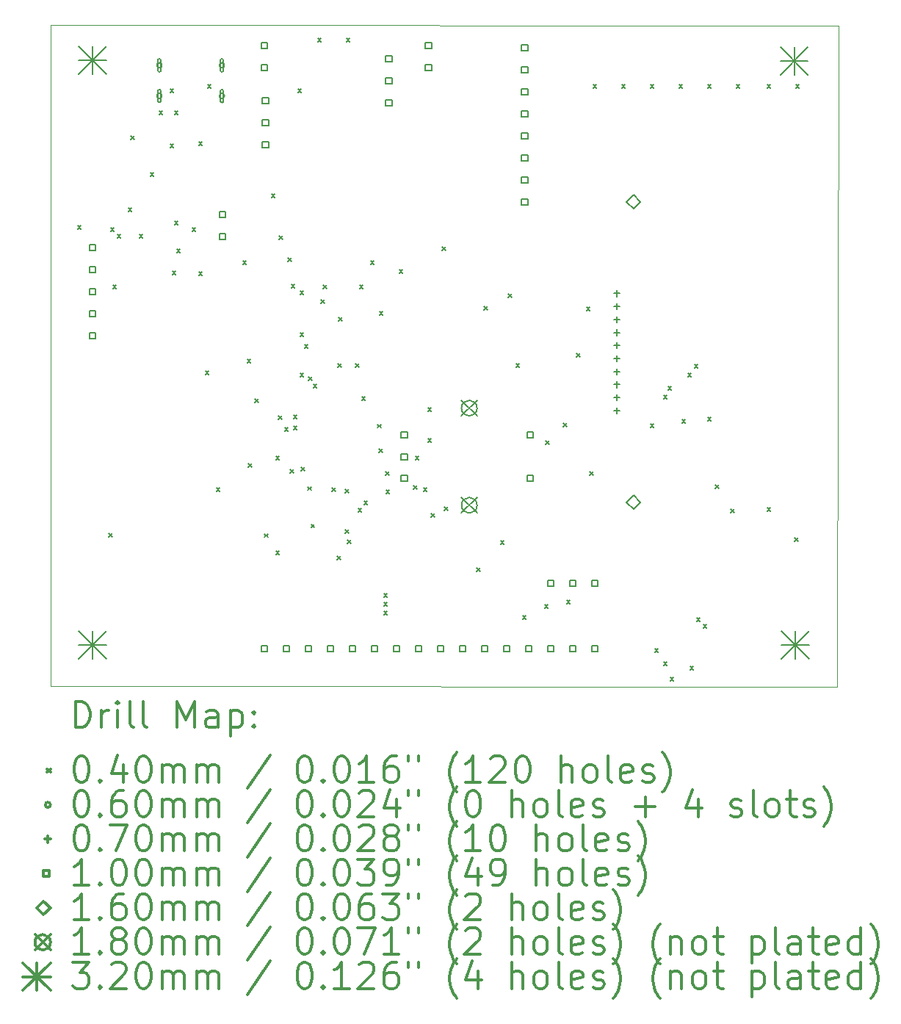
<source format=gbr>
%FSLAX45Y45*%
G04 Gerber Fmt 4.5, Leading zero omitted, Abs format (unit mm)*
G04 Created by KiCad (PCBNEW (5.1.6)-1) date 2020-11-14 18:00:08*
%MOMM*%
%LPD*%
G01*
G04 APERTURE LIST*
%TA.AperFunction,Profile*%
%ADD10C,0.050000*%
%TD*%
%ADD11C,0.200000*%
%ADD12C,0.300000*%
G04 APERTURE END LIST*
D10*
X18351500Y-6489700D02*
X18313400Y-6489700D01*
X18338800Y-14109700D02*
X18351500Y-6489700D01*
X9271000Y-14097000D02*
X18338800Y-14109700D01*
X9271000Y-6477000D02*
X9271000Y-14097000D01*
X9271000Y-6477000D02*
X18313400Y-6489700D01*
D11*
X9581200Y-8793800D02*
X9621200Y-8833800D01*
X9621200Y-8793800D02*
X9581200Y-8833800D01*
X9943150Y-12337100D02*
X9983150Y-12377100D01*
X9983150Y-12337100D02*
X9943150Y-12377100D01*
X9962200Y-8819200D02*
X10002200Y-8859200D01*
X10002200Y-8819200D02*
X9962200Y-8859200D01*
X9987600Y-9479600D02*
X10027600Y-9519600D01*
X10027600Y-9479600D02*
X9987600Y-9519600D01*
X10038400Y-8895400D02*
X10078400Y-8935400D01*
X10078400Y-8895400D02*
X10038400Y-8935400D01*
X10165400Y-8590600D02*
X10205400Y-8630600D01*
X10205400Y-8590600D02*
X10165400Y-8630600D01*
X10191792Y-7761225D02*
X10231792Y-7801225D01*
X10231792Y-7761225D02*
X10191792Y-7801225D01*
X10292400Y-8895400D02*
X10332400Y-8935400D01*
X10332400Y-8895400D02*
X10292400Y-8935400D01*
X10419400Y-8184200D02*
X10459400Y-8224200D01*
X10459400Y-8184200D02*
X10419400Y-8224200D01*
X10521000Y-7473000D02*
X10561000Y-7513000D01*
X10561000Y-7473000D02*
X10521000Y-7513000D01*
X10648000Y-7219000D02*
X10688000Y-7259000D01*
X10688000Y-7219000D02*
X10648000Y-7259000D01*
X10648000Y-7854000D02*
X10688000Y-7894000D01*
X10688000Y-7854000D02*
X10648000Y-7894000D01*
X10673400Y-9314500D02*
X10713400Y-9354500D01*
X10713400Y-9314500D02*
X10673400Y-9354500D01*
X10698800Y-7473000D02*
X10738800Y-7513000D01*
X10738800Y-7473000D02*
X10698800Y-7513000D01*
X10698800Y-8743000D02*
X10738800Y-8783000D01*
X10738800Y-8743000D02*
X10698800Y-8783000D01*
X10724200Y-9060500D02*
X10764200Y-9100500D01*
X10764200Y-9060500D02*
X10724200Y-9100500D01*
X10902000Y-8819200D02*
X10942000Y-8859200D01*
X10942000Y-8819200D02*
X10902000Y-8859200D01*
X10978200Y-7828600D02*
X11018200Y-7868600D01*
X11018200Y-7828600D02*
X10978200Y-7868600D01*
X10978200Y-9327200D02*
X11018200Y-9367200D01*
X11018200Y-9327200D02*
X10978200Y-9367200D01*
X11054400Y-10470200D02*
X11094400Y-10510200D01*
X11094400Y-10470200D02*
X11054400Y-10510200D01*
X11079800Y-7168200D02*
X11119800Y-7208200D01*
X11119800Y-7168200D02*
X11079800Y-7208200D01*
X11181400Y-11816400D02*
X11221400Y-11856400D01*
X11221400Y-11816400D02*
X11181400Y-11856400D01*
X11486200Y-9200200D02*
X11526200Y-9240200D01*
X11526200Y-9200200D02*
X11486200Y-9240200D01*
X11537000Y-10330500D02*
X11577000Y-10370500D01*
X11577000Y-10330500D02*
X11537000Y-10370500D01*
X11549700Y-11537000D02*
X11589700Y-11577000D01*
X11589700Y-11537000D02*
X11549700Y-11577000D01*
X11625900Y-10787700D02*
X11665900Y-10827700D01*
X11665900Y-10787700D02*
X11625900Y-10827700D01*
X11733850Y-12343450D02*
X11773850Y-12383450D01*
X11773850Y-12343450D02*
X11733850Y-12383450D01*
X11816400Y-8425500D02*
X11856400Y-8465500D01*
X11856400Y-8425500D02*
X11816400Y-8465500D01*
X11867200Y-11453410D02*
X11907200Y-11493410D01*
X11907200Y-11453410D02*
X11867200Y-11493410D01*
X11867200Y-12540300D02*
X11907200Y-12580300D01*
X11907200Y-12540300D02*
X11867200Y-12580300D01*
X11898010Y-10986843D02*
X11938010Y-11026843D01*
X11938010Y-10986843D02*
X11898010Y-11026843D01*
X11905300Y-8908100D02*
X11945300Y-8948100D01*
X11945300Y-8908100D02*
X11905300Y-8948100D01*
X11968800Y-11117900D02*
X12008800Y-11157900D01*
X12008800Y-11117900D02*
X11968800Y-11157900D01*
X12006900Y-9162100D02*
X12046900Y-9202100D01*
X12046900Y-9162100D02*
X12006900Y-9202100D01*
X12032300Y-11600500D02*
X12072300Y-11640500D01*
X12072300Y-11600500D02*
X12032300Y-11640500D01*
X12045000Y-9466900D02*
X12085000Y-9506900D01*
X12085000Y-9466900D02*
X12045000Y-9506900D01*
X12070400Y-10978200D02*
X12110400Y-11018200D01*
X12110400Y-10978200D02*
X12070400Y-11018200D01*
X12070400Y-11105200D02*
X12110400Y-11145200D01*
X12110400Y-11105200D02*
X12070400Y-11145200D01*
X12121200Y-7219000D02*
X12161200Y-7259000D01*
X12161200Y-7219000D02*
X12121200Y-7259000D01*
X12146600Y-9543100D02*
X12186600Y-9583100D01*
X12186600Y-9543100D02*
X12146600Y-9583100D01*
X12146600Y-10025700D02*
X12186600Y-10065700D01*
X12186600Y-10025700D02*
X12146600Y-10065700D01*
X12146600Y-10495600D02*
X12186600Y-10535600D01*
X12186600Y-10495600D02*
X12146600Y-10535600D01*
X12159300Y-11575100D02*
X12199300Y-11615100D01*
X12199300Y-11575100D02*
X12159300Y-11615100D01*
X12196319Y-10165400D02*
X12236319Y-10205400D01*
X12236319Y-10165400D02*
X12196319Y-10205400D01*
X12237587Y-11801613D02*
X12277587Y-11841613D01*
X12277587Y-11801613D02*
X12237587Y-11841613D01*
X12242652Y-10538266D02*
X12282652Y-10578266D01*
X12282652Y-10538266D02*
X12242652Y-10578266D01*
X12273600Y-12233580D02*
X12313600Y-12273580D01*
X12313600Y-12233580D02*
X12273600Y-12273580D01*
X12299000Y-10620879D02*
X12339000Y-10660879D01*
X12339000Y-10620879D02*
X12299000Y-10660879D01*
X12349800Y-6634800D02*
X12389800Y-6674800D01*
X12389800Y-6634800D02*
X12349800Y-6674800D01*
X12387900Y-9644700D02*
X12427900Y-9684700D01*
X12427900Y-9644700D02*
X12387900Y-9684700D01*
X12413300Y-9479600D02*
X12453300Y-9519600D01*
X12453300Y-9479600D02*
X12413300Y-9519600D01*
X12514900Y-11816400D02*
X12554900Y-11856400D01*
X12554900Y-11816400D02*
X12514900Y-11856400D01*
X12570450Y-12603800D02*
X12610450Y-12643800D01*
X12610450Y-12603800D02*
X12570450Y-12643800D01*
X12580190Y-10381300D02*
X12620190Y-10421300D01*
X12620190Y-10381300D02*
X12580190Y-10421300D01*
X12591100Y-9847900D02*
X12631100Y-9887900D01*
X12631100Y-9847900D02*
X12591100Y-9887900D01*
X12663810Y-12299000D02*
X12703810Y-12339000D01*
X12703810Y-12299000D02*
X12663810Y-12339000D01*
X12667300Y-11829100D02*
X12707300Y-11869100D01*
X12707300Y-11829100D02*
X12667300Y-11869100D01*
X12680000Y-6634800D02*
X12720000Y-6674800D01*
X12720000Y-6634800D02*
X12680000Y-6674800D01*
X12692700Y-12413300D02*
X12732700Y-12453300D01*
X12732700Y-12413300D02*
X12692700Y-12453300D01*
X12785775Y-10382074D02*
X12825775Y-10422074D01*
X12825775Y-10382074D02*
X12785775Y-10422074D01*
X12814311Y-12052005D02*
X12854311Y-12092005D01*
X12854311Y-12052005D02*
X12814311Y-12092005D01*
X12832400Y-9479600D02*
X12872400Y-9519600D01*
X12872400Y-9479600D02*
X12832400Y-9519600D01*
X12857800Y-10762299D02*
X12897800Y-10802299D01*
X12897800Y-10762299D02*
X12857800Y-10802299D01*
X12883201Y-11968800D02*
X12923201Y-12008800D01*
X12923201Y-11968800D02*
X12883201Y-12008800D01*
X12959400Y-9200200D02*
X12999400Y-9240200D01*
X12999400Y-9200200D02*
X12959400Y-9240200D01*
X13037687Y-11081887D02*
X13077687Y-11121887D01*
X13077687Y-11081887D02*
X13037687Y-11121887D01*
X13056554Y-11367454D02*
X13096554Y-11407454D01*
X13096554Y-11367454D02*
X13056554Y-11407454D01*
X13061000Y-9784400D02*
X13101000Y-9824400D01*
X13101000Y-9784400D02*
X13061000Y-9824400D01*
X13111800Y-13035600D02*
X13151800Y-13075600D01*
X13151800Y-13035600D02*
X13111800Y-13075600D01*
X13111800Y-13137200D02*
X13151800Y-13177200D01*
X13151800Y-13137200D02*
X13111800Y-13177200D01*
X13111800Y-13238800D02*
X13151800Y-13278800D01*
X13151800Y-13238800D02*
X13111800Y-13278800D01*
X13135113Y-11627987D02*
X13175113Y-11667987D01*
X13175113Y-11627987D02*
X13135113Y-11667987D01*
X13137200Y-11841800D02*
X13177200Y-11881800D01*
X13177200Y-11841800D02*
X13137200Y-11881800D01*
X13289600Y-9301800D02*
X13329600Y-9341800D01*
X13329600Y-9301800D02*
X13289600Y-9341800D01*
X13454700Y-11791000D02*
X13494700Y-11831000D01*
X13494700Y-11791000D02*
X13454700Y-11831000D01*
X13474710Y-11448100D02*
X13514710Y-11488100D01*
X13514710Y-11448100D02*
X13474710Y-11488100D01*
X13569000Y-11816400D02*
X13609000Y-11856400D01*
X13609000Y-11816400D02*
X13569000Y-11856400D01*
X13619800Y-10889300D02*
X13659800Y-10929300D01*
X13659800Y-10889300D02*
X13619800Y-10929300D01*
X13619800Y-11244900D02*
X13659800Y-11284900D01*
X13659800Y-11244900D02*
X13619800Y-11284900D01*
X13657900Y-12108500D02*
X13697900Y-12148500D01*
X13697900Y-12108500D02*
X13657900Y-12148500D01*
X13784900Y-9035100D02*
X13824900Y-9075100D01*
X13824900Y-9035100D02*
X13784900Y-9075100D01*
X13810300Y-12032300D02*
X13850300Y-12072300D01*
X13850300Y-12032300D02*
X13810300Y-12072300D01*
X14184950Y-12737150D02*
X14224950Y-12777150D01*
X14224950Y-12737150D02*
X14184950Y-12777150D01*
X14267500Y-9720900D02*
X14307500Y-9760900D01*
X14307500Y-9720900D02*
X14267500Y-9760900D01*
X14458000Y-12426000D02*
X14498000Y-12466000D01*
X14498000Y-12426000D02*
X14458000Y-12466000D01*
X14546900Y-9581200D02*
X14586900Y-9621200D01*
X14586900Y-9581200D02*
X14546900Y-9621200D01*
X14635800Y-10381300D02*
X14675800Y-10421300D01*
X14675800Y-10381300D02*
X14635800Y-10421300D01*
X14712000Y-13289600D02*
X14752000Y-13329600D01*
X14752000Y-13289600D02*
X14712000Y-13329600D01*
X14966000Y-13162600D02*
X15006000Y-13202600D01*
X15006000Y-13162600D02*
X14966000Y-13202600D01*
X14978700Y-11270300D02*
X15018700Y-11310300D01*
X15018700Y-11270300D02*
X14978700Y-11310300D01*
X15181900Y-11067100D02*
X15221900Y-11107100D01*
X15221900Y-11067100D02*
X15181900Y-11107100D01*
X15220000Y-13111800D02*
X15260000Y-13151800D01*
X15260000Y-13111800D02*
X15220000Y-13151800D01*
X15334300Y-10267000D02*
X15374300Y-10307000D01*
X15374300Y-10267000D02*
X15334300Y-10307000D01*
X15448600Y-9733600D02*
X15488600Y-9773600D01*
X15488600Y-9733600D02*
X15448600Y-9773600D01*
X15486700Y-11625900D02*
X15526700Y-11665900D01*
X15526700Y-11625900D02*
X15486700Y-11665900D01*
X15524800Y-7168200D02*
X15564800Y-7208200D01*
X15564800Y-7168200D02*
X15524800Y-7208200D01*
X15855000Y-7168200D02*
X15895000Y-7208200D01*
X15895000Y-7168200D02*
X15855000Y-7208200D01*
X16185200Y-7168200D02*
X16225200Y-7208200D01*
X16225200Y-7168200D02*
X16185200Y-7208200D01*
X16185200Y-11079800D02*
X16225200Y-11119800D01*
X16225200Y-11079800D02*
X16185200Y-11119800D01*
X16236000Y-13670600D02*
X16276000Y-13710600D01*
X16276000Y-13670600D02*
X16236000Y-13710600D01*
X16337600Y-10749600D02*
X16377600Y-10789600D01*
X16377600Y-10749600D02*
X16337600Y-10789600D01*
X16337600Y-13823000D02*
X16377600Y-13863000D01*
X16377600Y-13823000D02*
X16337600Y-13863000D01*
X16388400Y-10648000D02*
X16428400Y-10688000D01*
X16428400Y-10648000D02*
X16388400Y-10688000D01*
X16413800Y-14000799D02*
X16453800Y-14040799D01*
X16453800Y-14000799D02*
X16413800Y-14040799D01*
X16515400Y-7168200D02*
X16555400Y-7208200D01*
X16555400Y-7168200D02*
X16515400Y-7208200D01*
X16548090Y-11029000D02*
X16588090Y-11069000D01*
X16588090Y-11029000D02*
X16548090Y-11069000D01*
X16617000Y-10495600D02*
X16657000Y-10535600D01*
X16657000Y-10495600D02*
X16617000Y-10535600D01*
X16642400Y-13873800D02*
X16682400Y-13913800D01*
X16682400Y-13873800D02*
X16642400Y-13913800D01*
X16693200Y-10394000D02*
X16733200Y-10434000D01*
X16733200Y-10394000D02*
X16693200Y-10434000D01*
X16718600Y-13315000D02*
X16758600Y-13355000D01*
X16758600Y-13315000D02*
X16718600Y-13355000D01*
X16794800Y-13391200D02*
X16834800Y-13431200D01*
X16834800Y-13391200D02*
X16794800Y-13431200D01*
X16845600Y-7168200D02*
X16885600Y-7208200D01*
X16885600Y-7168200D02*
X16845600Y-7208200D01*
X16845600Y-11003600D02*
X16885600Y-11043600D01*
X16885600Y-11003600D02*
X16845600Y-11043600D01*
X16934500Y-11778300D02*
X16974500Y-11818300D01*
X16974500Y-11778300D02*
X16934500Y-11818300D01*
X17112300Y-12057700D02*
X17152300Y-12097700D01*
X17152300Y-12057700D02*
X17112300Y-12097700D01*
X17175800Y-7168200D02*
X17215800Y-7208200D01*
X17215800Y-7168200D02*
X17175800Y-7208200D01*
X17531400Y-7168200D02*
X17571400Y-7208200D01*
X17571400Y-7168200D02*
X17531400Y-7208200D01*
X17531400Y-12045000D02*
X17571400Y-12085000D01*
X17571400Y-12045000D02*
X17531400Y-12085000D01*
X17848900Y-12387900D02*
X17888900Y-12427900D01*
X17888900Y-12387900D02*
X17848900Y-12427900D01*
X17861600Y-7168200D02*
X17901600Y-7208200D01*
X17901600Y-7168200D02*
X17861600Y-7208200D01*
X10553900Y-6944100D02*
G75*
G03*
X10553900Y-6944100I-30000J0D01*
G01*
X10543900Y-6999108D02*
X10543900Y-6889092D01*
X10503900Y-6999108D02*
X10503900Y-6889092D01*
X10543900Y-6889092D02*
G75*
G03*
X10503900Y-6889092I-20000J0D01*
G01*
X10503900Y-6999108D02*
G75*
G03*
X10543900Y-6999108I20000J0D01*
G01*
X10553900Y-7299100D02*
G75*
G03*
X10553900Y-7299100I-30000J0D01*
G01*
X10543900Y-7354108D02*
X10543900Y-7244092D01*
X10503900Y-7354108D02*
X10503900Y-7244092D01*
X10543900Y-7244092D02*
G75*
G03*
X10503900Y-7244092I-20000J0D01*
G01*
X10503900Y-7354108D02*
G75*
G03*
X10543900Y-7354108I20000J0D01*
G01*
X11273900Y-6944100D02*
G75*
G03*
X11273900Y-6944100I-30000J0D01*
G01*
X11263900Y-6999108D02*
X11263900Y-6889092D01*
X11223900Y-6999108D02*
X11223900Y-6889092D01*
X11263900Y-6889092D02*
G75*
G03*
X11223900Y-6889092I-20000J0D01*
G01*
X11223900Y-6999108D02*
G75*
G03*
X11263900Y-6999108I20000J0D01*
G01*
X11273900Y-7299100D02*
G75*
G03*
X11273900Y-7299100I-30000J0D01*
G01*
X11263900Y-7354108D02*
X11263900Y-7244092D01*
X11223900Y-7354108D02*
X11223900Y-7244092D01*
X11263900Y-7244092D02*
G75*
G03*
X11223900Y-7244092I-20000J0D01*
G01*
X11223900Y-7354108D02*
G75*
G03*
X11263900Y-7354108I20000J0D01*
G01*
X15796260Y-9538900D02*
X15796260Y-9608900D01*
X15761260Y-9573900D02*
X15831260Y-9573900D01*
X15796260Y-9688900D02*
X15796260Y-9758900D01*
X15761260Y-9723900D02*
X15831260Y-9723900D01*
X15796260Y-9838900D02*
X15796260Y-9908900D01*
X15761260Y-9873900D02*
X15831260Y-9873900D01*
X15796260Y-9988900D02*
X15796260Y-10058900D01*
X15761260Y-10023900D02*
X15831260Y-10023900D01*
X15796260Y-10138900D02*
X15796260Y-10208900D01*
X15761260Y-10173900D02*
X15831260Y-10173900D01*
X15796260Y-10288900D02*
X15796260Y-10358900D01*
X15761260Y-10323900D02*
X15831260Y-10323900D01*
X15796260Y-10438900D02*
X15796260Y-10508900D01*
X15761260Y-10473900D02*
X15831260Y-10473900D01*
X15796260Y-10588900D02*
X15796260Y-10658900D01*
X15761260Y-10623900D02*
X15831260Y-10623900D01*
X15796260Y-10738900D02*
X15796260Y-10808900D01*
X15761260Y-10773900D02*
X15831260Y-10773900D01*
X15796260Y-10888900D02*
X15796260Y-10958900D01*
X15761260Y-10923900D02*
X15831260Y-10923900D01*
X15072156Y-12951256D02*
X15072156Y-12880544D01*
X15001444Y-12880544D01*
X15001444Y-12951256D01*
X15072156Y-12951256D01*
X15326156Y-12951256D02*
X15326156Y-12880544D01*
X15255444Y-12880544D01*
X15255444Y-12951256D01*
X15326156Y-12951256D01*
X15580156Y-12951256D02*
X15580156Y-12880544D01*
X15509444Y-12880544D01*
X15509444Y-12951256D01*
X15580156Y-12951256D01*
X11770156Y-6753656D02*
X11770156Y-6682944D01*
X11699444Y-6682944D01*
X11699444Y-6753656D01*
X11770156Y-6753656D01*
X11770156Y-7007656D02*
X11770156Y-6936944D01*
X11699444Y-6936944D01*
X11699444Y-7007656D01*
X11770156Y-7007656D01*
X9788956Y-9077756D02*
X9788956Y-9007044D01*
X9718244Y-9007044D01*
X9718244Y-9077756D01*
X9788956Y-9077756D01*
X9788956Y-9331756D02*
X9788956Y-9261044D01*
X9718244Y-9261044D01*
X9718244Y-9331756D01*
X9788956Y-9331756D01*
X9788956Y-9585756D02*
X9788956Y-9515044D01*
X9718244Y-9515044D01*
X9718244Y-9585756D01*
X9788956Y-9585756D01*
X9788956Y-9839756D02*
X9788956Y-9769044D01*
X9718244Y-9769044D01*
X9718244Y-9839756D01*
X9788956Y-9839756D01*
X9788956Y-10093756D02*
X9788956Y-10023044D01*
X9718244Y-10023044D01*
X9718244Y-10093756D01*
X9788956Y-10093756D01*
X13662456Y-6753656D02*
X13662456Y-6682944D01*
X13591744Y-6682944D01*
X13591744Y-6753656D01*
X13662456Y-6753656D01*
X13662456Y-7007656D02*
X13662456Y-6936944D01*
X13591744Y-6936944D01*
X13591744Y-7007656D01*
X13662456Y-7007656D01*
X14769896Y-6779056D02*
X14769896Y-6708344D01*
X14699184Y-6708344D01*
X14699184Y-6779056D01*
X14769896Y-6779056D01*
X14769896Y-7033056D02*
X14769896Y-6962344D01*
X14699184Y-6962344D01*
X14699184Y-7033056D01*
X14769896Y-7033056D01*
X14769896Y-7287056D02*
X14769896Y-7216344D01*
X14699184Y-7216344D01*
X14699184Y-7287056D01*
X14769896Y-7287056D01*
X14769896Y-7541056D02*
X14769896Y-7470344D01*
X14699184Y-7470344D01*
X14699184Y-7541056D01*
X14769896Y-7541056D01*
X14769896Y-7795056D02*
X14769896Y-7724344D01*
X14699184Y-7724344D01*
X14699184Y-7795056D01*
X14769896Y-7795056D01*
X14769896Y-8049056D02*
X14769896Y-7978344D01*
X14699184Y-7978344D01*
X14699184Y-8049056D01*
X14769896Y-8049056D01*
X14769896Y-8303056D02*
X14769896Y-8232344D01*
X14699184Y-8232344D01*
X14699184Y-8303056D01*
X14769896Y-8303056D01*
X14769896Y-8557056D02*
X14769896Y-8486344D01*
X14699184Y-8486344D01*
X14699184Y-8557056D01*
X14769896Y-8557056D01*
X11770156Y-13700556D02*
X11770156Y-13629844D01*
X11699444Y-13629844D01*
X11699444Y-13700556D01*
X11770156Y-13700556D01*
X12024156Y-13700556D02*
X12024156Y-13629844D01*
X11953444Y-13629844D01*
X11953444Y-13700556D01*
X12024156Y-13700556D01*
X12278156Y-13700556D02*
X12278156Y-13629844D01*
X12207444Y-13629844D01*
X12207444Y-13700556D01*
X12278156Y-13700556D01*
X12532156Y-13700556D02*
X12532156Y-13629844D01*
X12461444Y-13629844D01*
X12461444Y-13700556D01*
X12532156Y-13700556D01*
X12786156Y-13700556D02*
X12786156Y-13629844D01*
X12715444Y-13629844D01*
X12715444Y-13700556D01*
X12786156Y-13700556D01*
X13040156Y-13700556D02*
X13040156Y-13629844D01*
X12969444Y-13629844D01*
X12969444Y-13700556D01*
X13040156Y-13700556D01*
X13294156Y-13700556D02*
X13294156Y-13629844D01*
X13223444Y-13629844D01*
X13223444Y-13700556D01*
X13294156Y-13700556D01*
X13548156Y-13700556D02*
X13548156Y-13629844D01*
X13477444Y-13629844D01*
X13477444Y-13700556D01*
X13548156Y-13700556D01*
X13802156Y-13700556D02*
X13802156Y-13629844D01*
X13731444Y-13629844D01*
X13731444Y-13700556D01*
X13802156Y-13700556D01*
X14056156Y-13700556D02*
X14056156Y-13629844D01*
X13985444Y-13629844D01*
X13985444Y-13700556D01*
X14056156Y-13700556D01*
X14310156Y-13700556D02*
X14310156Y-13629844D01*
X14239444Y-13629844D01*
X14239444Y-13700556D01*
X14310156Y-13700556D01*
X14564156Y-13700556D02*
X14564156Y-13629844D01*
X14493444Y-13629844D01*
X14493444Y-13700556D01*
X14564156Y-13700556D01*
X14818156Y-13700556D02*
X14818156Y-13629844D01*
X14747444Y-13629844D01*
X14747444Y-13700556D01*
X14818156Y-13700556D01*
X15072156Y-13700556D02*
X15072156Y-13629844D01*
X15001444Y-13629844D01*
X15001444Y-13700556D01*
X15072156Y-13700556D01*
X15326156Y-13700556D02*
X15326156Y-13629844D01*
X15255444Y-13629844D01*
X15255444Y-13700556D01*
X15326156Y-13700556D01*
X15580156Y-13700556D02*
X15580156Y-13629844D01*
X15509444Y-13629844D01*
X15509444Y-13700556D01*
X15580156Y-13700556D01*
X11782856Y-7388656D02*
X11782856Y-7317944D01*
X11712144Y-7317944D01*
X11712144Y-7388656D01*
X11782856Y-7388656D01*
X11782856Y-7642656D02*
X11782856Y-7571944D01*
X11712144Y-7571944D01*
X11712144Y-7642656D01*
X11782856Y-7642656D01*
X11782856Y-7896656D02*
X11782856Y-7825944D01*
X11712144Y-7825944D01*
X11712144Y-7896656D01*
X11782856Y-7896656D01*
X13205256Y-6906056D02*
X13205256Y-6835344D01*
X13134544Y-6835344D01*
X13134544Y-6906056D01*
X13205256Y-6906056D01*
X13205256Y-7160056D02*
X13205256Y-7089344D01*
X13134544Y-7089344D01*
X13134544Y-7160056D01*
X13205256Y-7160056D01*
X13205256Y-7414056D02*
X13205256Y-7343344D01*
X13134544Y-7343344D01*
X13134544Y-7414056D01*
X13205256Y-7414056D01*
X13382356Y-11240756D02*
X13382356Y-11170044D01*
X13311644Y-11170044D01*
X13311644Y-11240756D01*
X13382356Y-11240756D01*
X13382356Y-11490756D02*
X13382356Y-11420044D01*
X13311644Y-11420044D01*
X13311644Y-11490756D01*
X13382356Y-11490756D01*
X13382356Y-11740756D02*
X13382356Y-11670044D01*
X13311644Y-11670044D01*
X13311644Y-11740756D01*
X13382356Y-11740756D01*
X14832356Y-11240756D02*
X14832356Y-11170044D01*
X14761644Y-11170044D01*
X14761644Y-11240756D01*
X14832356Y-11240756D01*
X14832356Y-11740756D02*
X14832356Y-11670044D01*
X14761644Y-11670044D01*
X14761644Y-11740756D01*
X14832356Y-11740756D01*
X11287556Y-8696756D02*
X11287556Y-8626044D01*
X11216844Y-8626044D01*
X11216844Y-8696756D01*
X11287556Y-8696756D01*
X11287556Y-8950756D02*
X11287556Y-8880044D01*
X11216844Y-8880044D01*
X11216844Y-8950756D01*
X11287556Y-8950756D01*
X15991260Y-8598900D02*
X16071260Y-8518900D01*
X15991260Y-8438900D01*
X15911260Y-8518900D01*
X15991260Y-8598900D01*
X15991260Y-12058900D02*
X16071260Y-11978900D01*
X15991260Y-11898900D01*
X15911260Y-11978900D01*
X15991260Y-12058900D01*
X14007000Y-10805400D02*
X14187000Y-10985400D01*
X14187000Y-10805400D02*
X14007000Y-10985400D01*
X14187000Y-10895400D02*
G75*
G03*
X14187000Y-10895400I-90000J0D01*
G01*
X14007000Y-11925400D02*
X14187000Y-12105400D01*
X14187000Y-11925400D02*
X14007000Y-12105400D01*
X14187000Y-12015400D02*
G75*
G03*
X14187000Y-12015400I-90000J0D01*
G01*
X17696200Y-13467100D02*
X18016200Y-13787100D01*
X18016200Y-13467100D02*
X17696200Y-13787100D01*
X17856200Y-13467100D02*
X17856200Y-13787100D01*
X17696200Y-13627100D02*
X18016200Y-13627100D01*
X17683500Y-6736100D02*
X18003500Y-7056100D01*
X18003500Y-6736100D02*
X17683500Y-7056100D01*
X17843500Y-6736100D02*
X17843500Y-7056100D01*
X17683500Y-6896100D02*
X18003500Y-6896100D01*
X9593600Y-6723400D02*
X9913600Y-7043400D01*
X9913600Y-6723400D02*
X9593600Y-7043400D01*
X9753600Y-6723400D02*
X9753600Y-7043400D01*
X9593600Y-6883400D02*
X9913600Y-6883400D01*
X9593600Y-13467100D02*
X9913600Y-13787100D01*
X9913600Y-13467100D02*
X9593600Y-13787100D01*
X9753600Y-13467100D02*
X9753600Y-13787100D01*
X9593600Y-13627100D02*
X9913600Y-13627100D01*
D12*
X9554928Y-14577914D02*
X9554928Y-14277914D01*
X9626357Y-14277914D01*
X9669214Y-14292200D01*
X9697786Y-14320771D01*
X9712071Y-14349343D01*
X9726357Y-14406486D01*
X9726357Y-14449343D01*
X9712071Y-14506486D01*
X9697786Y-14535057D01*
X9669214Y-14563629D01*
X9626357Y-14577914D01*
X9554928Y-14577914D01*
X9854928Y-14577914D02*
X9854928Y-14377914D01*
X9854928Y-14435057D02*
X9869214Y-14406486D01*
X9883500Y-14392200D01*
X9912071Y-14377914D01*
X9940643Y-14377914D01*
X10040643Y-14577914D02*
X10040643Y-14377914D01*
X10040643Y-14277914D02*
X10026357Y-14292200D01*
X10040643Y-14306486D01*
X10054928Y-14292200D01*
X10040643Y-14277914D01*
X10040643Y-14306486D01*
X10226357Y-14577914D02*
X10197786Y-14563629D01*
X10183500Y-14535057D01*
X10183500Y-14277914D01*
X10383500Y-14577914D02*
X10354928Y-14563629D01*
X10340643Y-14535057D01*
X10340643Y-14277914D01*
X10726357Y-14577914D02*
X10726357Y-14277914D01*
X10826357Y-14492200D01*
X10926357Y-14277914D01*
X10926357Y-14577914D01*
X11197786Y-14577914D02*
X11197786Y-14420771D01*
X11183500Y-14392200D01*
X11154928Y-14377914D01*
X11097786Y-14377914D01*
X11069214Y-14392200D01*
X11197786Y-14563629D02*
X11169214Y-14577914D01*
X11097786Y-14577914D01*
X11069214Y-14563629D01*
X11054928Y-14535057D01*
X11054928Y-14506486D01*
X11069214Y-14477914D01*
X11097786Y-14463629D01*
X11169214Y-14463629D01*
X11197786Y-14449343D01*
X11340643Y-14377914D02*
X11340643Y-14677914D01*
X11340643Y-14392200D02*
X11369214Y-14377914D01*
X11426357Y-14377914D01*
X11454928Y-14392200D01*
X11469214Y-14406486D01*
X11483500Y-14435057D01*
X11483500Y-14520771D01*
X11469214Y-14549343D01*
X11454928Y-14563629D01*
X11426357Y-14577914D01*
X11369214Y-14577914D01*
X11340643Y-14563629D01*
X11612071Y-14549343D02*
X11626357Y-14563629D01*
X11612071Y-14577914D01*
X11597786Y-14563629D01*
X11612071Y-14549343D01*
X11612071Y-14577914D01*
X11612071Y-14392200D02*
X11626357Y-14406486D01*
X11612071Y-14420771D01*
X11597786Y-14406486D01*
X11612071Y-14392200D01*
X11612071Y-14420771D01*
X9228500Y-15052200D02*
X9268500Y-15092200D01*
X9268500Y-15052200D02*
X9228500Y-15092200D01*
X9612071Y-14907914D02*
X9640643Y-14907914D01*
X9669214Y-14922200D01*
X9683500Y-14936486D01*
X9697786Y-14965057D01*
X9712071Y-15022200D01*
X9712071Y-15093629D01*
X9697786Y-15150771D01*
X9683500Y-15179343D01*
X9669214Y-15193629D01*
X9640643Y-15207914D01*
X9612071Y-15207914D01*
X9583500Y-15193629D01*
X9569214Y-15179343D01*
X9554928Y-15150771D01*
X9540643Y-15093629D01*
X9540643Y-15022200D01*
X9554928Y-14965057D01*
X9569214Y-14936486D01*
X9583500Y-14922200D01*
X9612071Y-14907914D01*
X9840643Y-15179343D02*
X9854928Y-15193629D01*
X9840643Y-15207914D01*
X9826357Y-15193629D01*
X9840643Y-15179343D01*
X9840643Y-15207914D01*
X10112071Y-15007914D02*
X10112071Y-15207914D01*
X10040643Y-14893629D02*
X9969214Y-15107914D01*
X10154928Y-15107914D01*
X10326357Y-14907914D02*
X10354928Y-14907914D01*
X10383500Y-14922200D01*
X10397786Y-14936486D01*
X10412071Y-14965057D01*
X10426357Y-15022200D01*
X10426357Y-15093629D01*
X10412071Y-15150771D01*
X10397786Y-15179343D01*
X10383500Y-15193629D01*
X10354928Y-15207914D01*
X10326357Y-15207914D01*
X10297786Y-15193629D01*
X10283500Y-15179343D01*
X10269214Y-15150771D01*
X10254928Y-15093629D01*
X10254928Y-15022200D01*
X10269214Y-14965057D01*
X10283500Y-14936486D01*
X10297786Y-14922200D01*
X10326357Y-14907914D01*
X10554928Y-15207914D02*
X10554928Y-15007914D01*
X10554928Y-15036486D02*
X10569214Y-15022200D01*
X10597786Y-15007914D01*
X10640643Y-15007914D01*
X10669214Y-15022200D01*
X10683500Y-15050771D01*
X10683500Y-15207914D01*
X10683500Y-15050771D02*
X10697786Y-15022200D01*
X10726357Y-15007914D01*
X10769214Y-15007914D01*
X10797786Y-15022200D01*
X10812071Y-15050771D01*
X10812071Y-15207914D01*
X10954928Y-15207914D02*
X10954928Y-15007914D01*
X10954928Y-15036486D02*
X10969214Y-15022200D01*
X10997786Y-15007914D01*
X11040643Y-15007914D01*
X11069214Y-15022200D01*
X11083500Y-15050771D01*
X11083500Y-15207914D01*
X11083500Y-15050771D02*
X11097786Y-15022200D01*
X11126357Y-15007914D01*
X11169214Y-15007914D01*
X11197786Y-15022200D01*
X11212071Y-15050771D01*
X11212071Y-15207914D01*
X11797786Y-14893629D02*
X11540643Y-15279343D01*
X12183500Y-14907914D02*
X12212071Y-14907914D01*
X12240643Y-14922200D01*
X12254928Y-14936486D01*
X12269214Y-14965057D01*
X12283500Y-15022200D01*
X12283500Y-15093629D01*
X12269214Y-15150771D01*
X12254928Y-15179343D01*
X12240643Y-15193629D01*
X12212071Y-15207914D01*
X12183500Y-15207914D01*
X12154928Y-15193629D01*
X12140643Y-15179343D01*
X12126357Y-15150771D01*
X12112071Y-15093629D01*
X12112071Y-15022200D01*
X12126357Y-14965057D01*
X12140643Y-14936486D01*
X12154928Y-14922200D01*
X12183500Y-14907914D01*
X12412071Y-15179343D02*
X12426357Y-15193629D01*
X12412071Y-15207914D01*
X12397786Y-15193629D01*
X12412071Y-15179343D01*
X12412071Y-15207914D01*
X12612071Y-14907914D02*
X12640643Y-14907914D01*
X12669214Y-14922200D01*
X12683500Y-14936486D01*
X12697786Y-14965057D01*
X12712071Y-15022200D01*
X12712071Y-15093629D01*
X12697786Y-15150771D01*
X12683500Y-15179343D01*
X12669214Y-15193629D01*
X12640643Y-15207914D01*
X12612071Y-15207914D01*
X12583500Y-15193629D01*
X12569214Y-15179343D01*
X12554928Y-15150771D01*
X12540643Y-15093629D01*
X12540643Y-15022200D01*
X12554928Y-14965057D01*
X12569214Y-14936486D01*
X12583500Y-14922200D01*
X12612071Y-14907914D01*
X12997786Y-15207914D02*
X12826357Y-15207914D01*
X12912071Y-15207914D02*
X12912071Y-14907914D01*
X12883500Y-14950771D01*
X12854928Y-14979343D01*
X12826357Y-14993629D01*
X13254928Y-14907914D02*
X13197786Y-14907914D01*
X13169214Y-14922200D01*
X13154928Y-14936486D01*
X13126357Y-14979343D01*
X13112071Y-15036486D01*
X13112071Y-15150771D01*
X13126357Y-15179343D01*
X13140643Y-15193629D01*
X13169214Y-15207914D01*
X13226357Y-15207914D01*
X13254928Y-15193629D01*
X13269214Y-15179343D01*
X13283500Y-15150771D01*
X13283500Y-15079343D01*
X13269214Y-15050771D01*
X13254928Y-15036486D01*
X13226357Y-15022200D01*
X13169214Y-15022200D01*
X13140643Y-15036486D01*
X13126357Y-15050771D01*
X13112071Y-15079343D01*
X13397786Y-14907914D02*
X13397786Y-14965057D01*
X13512071Y-14907914D02*
X13512071Y-14965057D01*
X13954928Y-15322200D02*
X13940643Y-15307914D01*
X13912071Y-15265057D01*
X13897786Y-15236486D01*
X13883500Y-15193629D01*
X13869214Y-15122200D01*
X13869214Y-15065057D01*
X13883500Y-14993629D01*
X13897786Y-14950771D01*
X13912071Y-14922200D01*
X13940643Y-14879343D01*
X13954928Y-14865057D01*
X14226357Y-15207914D02*
X14054928Y-15207914D01*
X14140643Y-15207914D02*
X14140643Y-14907914D01*
X14112071Y-14950771D01*
X14083500Y-14979343D01*
X14054928Y-14993629D01*
X14340643Y-14936486D02*
X14354928Y-14922200D01*
X14383500Y-14907914D01*
X14454928Y-14907914D01*
X14483500Y-14922200D01*
X14497786Y-14936486D01*
X14512071Y-14965057D01*
X14512071Y-14993629D01*
X14497786Y-15036486D01*
X14326357Y-15207914D01*
X14512071Y-15207914D01*
X14697786Y-14907914D02*
X14726357Y-14907914D01*
X14754928Y-14922200D01*
X14769214Y-14936486D01*
X14783500Y-14965057D01*
X14797786Y-15022200D01*
X14797786Y-15093629D01*
X14783500Y-15150771D01*
X14769214Y-15179343D01*
X14754928Y-15193629D01*
X14726357Y-15207914D01*
X14697786Y-15207914D01*
X14669214Y-15193629D01*
X14654928Y-15179343D01*
X14640643Y-15150771D01*
X14626357Y-15093629D01*
X14626357Y-15022200D01*
X14640643Y-14965057D01*
X14654928Y-14936486D01*
X14669214Y-14922200D01*
X14697786Y-14907914D01*
X15154928Y-15207914D02*
X15154928Y-14907914D01*
X15283500Y-15207914D02*
X15283500Y-15050771D01*
X15269214Y-15022200D01*
X15240643Y-15007914D01*
X15197786Y-15007914D01*
X15169214Y-15022200D01*
X15154928Y-15036486D01*
X15469214Y-15207914D02*
X15440643Y-15193629D01*
X15426357Y-15179343D01*
X15412071Y-15150771D01*
X15412071Y-15065057D01*
X15426357Y-15036486D01*
X15440643Y-15022200D01*
X15469214Y-15007914D01*
X15512071Y-15007914D01*
X15540643Y-15022200D01*
X15554928Y-15036486D01*
X15569214Y-15065057D01*
X15569214Y-15150771D01*
X15554928Y-15179343D01*
X15540643Y-15193629D01*
X15512071Y-15207914D01*
X15469214Y-15207914D01*
X15740643Y-15207914D02*
X15712071Y-15193629D01*
X15697786Y-15165057D01*
X15697786Y-14907914D01*
X15969214Y-15193629D02*
X15940643Y-15207914D01*
X15883500Y-15207914D01*
X15854928Y-15193629D01*
X15840643Y-15165057D01*
X15840643Y-15050771D01*
X15854928Y-15022200D01*
X15883500Y-15007914D01*
X15940643Y-15007914D01*
X15969214Y-15022200D01*
X15983500Y-15050771D01*
X15983500Y-15079343D01*
X15840643Y-15107914D01*
X16097786Y-15193629D02*
X16126357Y-15207914D01*
X16183500Y-15207914D01*
X16212071Y-15193629D01*
X16226357Y-15165057D01*
X16226357Y-15150771D01*
X16212071Y-15122200D01*
X16183500Y-15107914D01*
X16140643Y-15107914D01*
X16112071Y-15093629D01*
X16097786Y-15065057D01*
X16097786Y-15050771D01*
X16112071Y-15022200D01*
X16140643Y-15007914D01*
X16183500Y-15007914D01*
X16212071Y-15022200D01*
X16326357Y-15322200D02*
X16340643Y-15307914D01*
X16369214Y-15265057D01*
X16383500Y-15236486D01*
X16397786Y-15193629D01*
X16412071Y-15122200D01*
X16412071Y-15065057D01*
X16397786Y-14993629D01*
X16383500Y-14950771D01*
X16369214Y-14922200D01*
X16340643Y-14879343D01*
X16326357Y-14865057D01*
X9268500Y-15468200D02*
G75*
G03*
X9268500Y-15468200I-30000J0D01*
G01*
X9612071Y-15303914D02*
X9640643Y-15303914D01*
X9669214Y-15318200D01*
X9683500Y-15332486D01*
X9697786Y-15361057D01*
X9712071Y-15418200D01*
X9712071Y-15489629D01*
X9697786Y-15546771D01*
X9683500Y-15575343D01*
X9669214Y-15589629D01*
X9640643Y-15603914D01*
X9612071Y-15603914D01*
X9583500Y-15589629D01*
X9569214Y-15575343D01*
X9554928Y-15546771D01*
X9540643Y-15489629D01*
X9540643Y-15418200D01*
X9554928Y-15361057D01*
X9569214Y-15332486D01*
X9583500Y-15318200D01*
X9612071Y-15303914D01*
X9840643Y-15575343D02*
X9854928Y-15589629D01*
X9840643Y-15603914D01*
X9826357Y-15589629D01*
X9840643Y-15575343D01*
X9840643Y-15603914D01*
X10112071Y-15303914D02*
X10054928Y-15303914D01*
X10026357Y-15318200D01*
X10012071Y-15332486D01*
X9983500Y-15375343D01*
X9969214Y-15432486D01*
X9969214Y-15546771D01*
X9983500Y-15575343D01*
X9997786Y-15589629D01*
X10026357Y-15603914D01*
X10083500Y-15603914D01*
X10112071Y-15589629D01*
X10126357Y-15575343D01*
X10140643Y-15546771D01*
X10140643Y-15475343D01*
X10126357Y-15446771D01*
X10112071Y-15432486D01*
X10083500Y-15418200D01*
X10026357Y-15418200D01*
X9997786Y-15432486D01*
X9983500Y-15446771D01*
X9969214Y-15475343D01*
X10326357Y-15303914D02*
X10354928Y-15303914D01*
X10383500Y-15318200D01*
X10397786Y-15332486D01*
X10412071Y-15361057D01*
X10426357Y-15418200D01*
X10426357Y-15489629D01*
X10412071Y-15546771D01*
X10397786Y-15575343D01*
X10383500Y-15589629D01*
X10354928Y-15603914D01*
X10326357Y-15603914D01*
X10297786Y-15589629D01*
X10283500Y-15575343D01*
X10269214Y-15546771D01*
X10254928Y-15489629D01*
X10254928Y-15418200D01*
X10269214Y-15361057D01*
X10283500Y-15332486D01*
X10297786Y-15318200D01*
X10326357Y-15303914D01*
X10554928Y-15603914D02*
X10554928Y-15403914D01*
X10554928Y-15432486D02*
X10569214Y-15418200D01*
X10597786Y-15403914D01*
X10640643Y-15403914D01*
X10669214Y-15418200D01*
X10683500Y-15446771D01*
X10683500Y-15603914D01*
X10683500Y-15446771D02*
X10697786Y-15418200D01*
X10726357Y-15403914D01*
X10769214Y-15403914D01*
X10797786Y-15418200D01*
X10812071Y-15446771D01*
X10812071Y-15603914D01*
X10954928Y-15603914D02*
X10954928Y-15403914D01*
X10954928Y-15432486D02*
X10969214Y-15418200D01*
X10997786Y-15403914D01*
X11040643Y-15403914D01*
X11069214Y-15418200D01*
X11083500Y-15446771D01*
X11083500Y-15603914D01*
X11083500Y-15446771D02*
X11097786Y-15418200D01*
X11126357Y-15403914D01*
X11169214Y-15403914D01*
X11197786Y-15418200D01*
X11212071Y-15446771D01*
X11212071Y-15603914D01*
X11797786Y-15289629D02*
X11540643Y-15675343D01*
X12183500Y-15303914D02*
X12212071Y-15303914D01*
X12240643Y-15318200D01*
X12254928Y-15332486D01*
X12269214Y-15361057D01*
X12283500Y-15418200D01*
X12283500Y-15489629D01*
X12269214Y-15546771D01*
X12254928Y-15575343D01*
X12240643Y-15589629D01*
X12212071Y-15603914D01*
X12183500Y-15603914D01*
X12154928Y-15589629D01*
X12140643Y-15575343D01*
X12126357Y-15546771D01*
X12112071Y-15489629D01*
X12112071Y-15418200D01*
X12126357Y-15361057D01*
X12140643Y-15332486D01*
X12154928Y-15318200D01*
X12183500Y-15303914D01*
X12412071Y-15575343D02*
X12426357Y-15589629D01*
X12412071Y-15603914D01*
X12397786Y-15589629D01*
X12412071Y-15575343D01*
X12412071Y-15603914D01*
X12612071Y-15303914D02*
X12640643Y-15303914D01*
X12669214Y-15318200D01*
X12683500Y-15332486D01*
X12697786Y-15361057D01*
X12712071Y-15418200D01*
X12712071Y-15489629D01*
X12697786Y-15546771D01*
X12683500Y-15575343D01*
X12669214Y-15589629D01*
X12640643Y-15603914D01*
X12612071Y-15603914D01*
X12583500Y-15589629D01*
X12569214Y-15575343D01*
X12554928Y-15546771D01*
X12540643Y-15489629D01*
X12540643Y-15418200D01*
X12554928Y-15361057D01*
X12569214Y-15332486D01*
X12583500Y-15318200D01*
X12612071Y-15303914D01*
X12826357Y-15332486D02*
X12840643Y-15318200D01*
X12869214Y-15303914D01*
X12940643Y-15303914D01*
X12969214Y-15318200D01*
X12983500Y-15332486D01*
X12997786Y-15361057D01*
X12997786Y-15389629D01*
X12983500Y-15432486D01*
X12812071Y-15603914D01*
X12997786Y-15603914D01*
X13254928Y-15403914D02*
X13254928Y-15603914D01*
X13183500Y-15289629D02*
X13112071Y-15503914D01*
X13297786Y-15503914D01*
X13397786Y-15303914D02*
X13397786Y-15361057D01*
X13512071Y-15303914D02*
X13512071Y-15361057D01*
X13954928Y-15718200D02*
X13940643Y-15703914D01*
X13912071Y-15661057D01*
X13897786Y-15632486D01*
X13883500Y-15589629D01*
X13869214Y-15518200D01*
X13869214Y-15461057D01*
X13883500Y-15389629D01*
X13897786Y-15346771D01*
X13912071Y-15318200D01*
X13940643Y-15275343D01*
X13954928Y-15261057D01*
X14126357Y-15303914D02*
X14154928Y-15303914D01*
X14183500Y-15318200D01*
X14197786Y-15332486D01*
X14212071Y-15361057D01*
X14226357Y-15418200D01*
X14226357Y-15489629D01*
X14212071Y-15546771D01*
X14197786Y-15575343D01*
X14183500Y-15589629D01*
X14154928Y-15603914D01*
X14126357Y-15603914D01*
X14097786Y-15589629D01*
X14083500Y-15575343D01*
X14069214Y-15546771D01*
X14054928Y-15489629D01*
X14054928Y-15418200D01*
X14069214Y-15361057D01*
X14083500Y-15332486D01*
X14097786Y-15318200D01*
X14126357Y-15303914D01*
X14583500Y-15603914D02*
X14583500Y-15303914D01*
X14712071Y-15603914D02*
X14712071Y-15446771D01*
X14697786Y-15418200D01*
X14669214Y-15403914D01*
X14626357Y-15403914D01*
X14597786Y-15418200D01*
X14583500Y-15432486D01*
X14897786Y-15603914D02*
X14869214Y-15589629D01*
X14854928Y-15575343D01*
X14840643Y-15546771D01*
X14840643Y-15461057D01*
X14854928Y-15432486D01*
X14869214Y-15418200D01*
X14897786Y-15403914D01*
X14940643Y-15403914D01*
X14969214Y-15418200D01*
X14983500Y-15432486D01*
X14997786Y-15461057D01*
X14997786Y-15546771D01*
X14983500Y-15575343D01*
X14969214Y-15589629D01*
X14940643Y-15603914D01*
X14897786Y-15603914D01*
X15169214Y-15603914D02*
X15140643Y-15589629D01*
X15126357Y-15561057D01*
X15126357Y-15303914D01*
X15397786Y-15589629D02*
X15369214Y-15603914D01*
X15312071Y-15603914D01*
X15283500Y-15589629D01*
X15269214Y-15561057D01*
X15269214Y-15446771D01*
X15283500Y-15418200D01*
X15312071Y-15403914D01*
X15369214Y-15403914D01*
X15397786Y-15418200D01*
X15412071Y-15446771D01*
X15412071Y-15475343D01*
X15269214Y-15503914D01*
X15526357Y-15589629D02*
X15554928Y-15603914D01*
X15612071Y-15603914D01*
X15640643Y-15589629D01*
X15654928Y-15561057D01*
X15654928Y-15546771D01*
X15640643Y-15518200D01*
X15612071Y-15503914D01*
X15569214Y-15503914D01*
X15540643Y-15489629D01*
X15526357Y-15461057D01*
X15526357Y-15446771D01*
X15540643Y-15418200D01*
X15569214Y-15403914D01*
X15612071Y-15403914D01*
X15640643Y-15418200D01*
X16012071Y-15489629D02*
X16240643Y-15489629D01*
X16126357Y-15603914D02*
X16126357Y-15375343D01*
X16740643Y-15403914D02*
X16740643Y-15603914D01*
X16669214Y-15289629D02*
X16597786Y-15503914D01*
X16783500Y-15503914D01*
X17112071Y-15589629D02*
X17140643Y-15603914D01*
X17197786Y-15603914D01*
X17226357Y-15589629D01*
X17240643Y-15561057D01*
X17240643Y-15546771D01*
X17226357Y-15518200D01*
X17197786Y-15503914D01*
X17154928Y-15503914D01*
X17126357Y-15489629D01*
X17112071Y-15461057D01*
X17112071Y-15446771D01*
X17126357Y-15418200D01*
X17154928Y-15403914D01*
X17197786Y-15403914D01*
X17226357Y-15418200D01*
X17412071Y-15603914D02*
X17383500Y-15589629D01*
X17369214Y-15561057D01*
X17369214Y-15303914D01*
X17569214Y-15603914D02*
X17540643Y-15589629D01*
X17526357Y-15575343D01*
X17512071Y-15546771D01*
X17512071Y-15461057D01*
X17526357Y-15432486D01*
X17540643Y-15418200D01*
X17569214Y-15403914D01*
X17612071Y-15403914D01*
X17640643Y-15418200D01*
X17654928Y-15432486D01*
X17669214Y-15461057D01*
X17669214Y-15546771D01*
X17654928Y-15575343D01*
X17640643Y-15589629D01*
X17612071Y-15603914D01*
X17569214Y-15603914D01*
X17754928Y-15403914D02*
X17869214Y-15403914D01*
X17797786Y-15303914D02*
X17797786Y-15561057D01*
X17812071Y-15589629D01*
X17840643Y-15603914D01*
X17869214Y-15603914D01*
X17954928Y-15589629D02*
X17983500Y-15603914D01*
X18040643Y-15603914D01*
X18069214Y-15589629D01*
X18083500Y-15561057D01*
X18083500Y-15546771D01*
X18069214Y-15518200D01*
X18040643Y-15503914D01*
X17997786Y-15503914D01*
X17969214Y-15489629D01*
X17954928Y-15461057D01*
X17954928Y-15446771D01*
X17969214Y-15418200D01*
X17997786Y-15403914D01*
X18040643Y-15403914D01*
X18069214Y-15418200D01*
X18183500Y-15718200D02*
X18197786Y-15703914D01*
X18226357Y-15661057D01*
X18240643Y-15632486D01*
X18254928Y-15589629D01*
X18269214Y-15518200D01*
X18269214Y-15461057D01*
X18254928Y-15389629D01*
X18240643Y-15346771D01*
X18226357Y-15318200D01*
X18197786Y-15275343D01*
X18183500Y-15261057D01*
X9233500Y-15829200D02*
X9233500Y-15899200D01*
X9198500Y-15864200D02*
X9268500Y-15864200D01*
X9612071Y-15699914D02*
X9640643Y-15699914D01*
X9669214Y-15714200D01*
X9683500Y-15728486D01*
X9697786Y-15757057D01*
X9712071Y-15814200D01*
X9712071Y-15885629D01*
X9697786Y-15942771D01*
X9683500Y-15971343D01*
X9669214Y-15985629D01*
X9640643Y-15999914D01*
X9612071Y-15999914D01*
X9583500Y-15985629D01*
X9569214Y-15971343D01*
X9554928Y-15942771D01*
X9540643Y-15885629D01*
X9540643Y-15814200D01*
X9554928Y-15757057D01*
X9569214Y-15728486D01*
X9583500Y-15714200D01*
X9612071Y-15699914D01*
X9840643Y-15971343D02*
X9854928Y-15985629D01*
X9840643Y-15999914D01*
X9826357Y-15985629D01*
X9840643Y-15971343D01*
X9840643Y-15999914D01*
X9954928Y-15699914D02*
X10154928Y-15699914D01*
X10026357Y-15999914D01*
X10326357Y-15699914D02*
X10354928Y-15699914D01*
X10383500Y-15714200D01*
X10397786Y-15728486D01*
X10412071Y-15757057D01*
X10426357Y-15814200D01*
X10426357Y-15885629D01*
X10412071Y-15942771D01*
X10397786Y-15971343D01*
X10383500Y-15985629D01*
X10354928Y-15999914D01*
X10326357Y-15999914D01*
X10297786Y-15985629D01*
X10283500Y-15971343D01*
X10269214Y-15942771D01*
X10254928Y-15885629D01*
X10254928Y-15814200D01*
X10269214Y-15757057D01*
X10283500Y-15728486D01*
X10297786Y-15714200D01*
X10326357Y-15699914D01*
X10554928Y-15999914D02*
X10554928Y-15799914D01*
X10554928Y-15828486D02*
X10569214Y-15814200D01*
X10597786Y-15799914D01*
X10640643Y-15799914D01*
X10669214Y-15814200D01*
X10683500Y-15842771D01*
X10683500Y-15999914D01*
X10683500Y-15842771D02*
X10697786Y-15814200D01*
X10726357Y-15799914D01*
X10769214Y-15799914D01*
X10797786Y-15814200D01*
X10812071Y-15842771D01*
X10812071Y-15999914D01*
X10954928Y-15999914D02*
X10954928Y-15799914D01*
X10954928Y-15828486D02*
X10969214Y-15814200D01*
X10997786Y-15799914D01*
X11040643Y-15799914D01*
X11069214Y-15814200D01*
X11083500Y-15842771D01*
X11083500Y-15999914D01*
X11083500Y-15842771D02*
X11097786Y-15814200D01*
X11126357Y-15799914D01*
X11169214Y-15799914D01*
X11197786Y-15814200D01*
X11212071Y-15842771D01*
X11212071Y-15999914D01*
X11797786Y-15685629D02*
X11540643Y-16071343D01*
X12183500Y-15699914D02*
X12212071Y-15699914D01*
X12240643Y-15714200D01*
X12254928Y-15728486D01*
X12269214Y-15757057D01*
X12283500Y-15814200D01*
X12283500Y-15885629D01*
X12269214Y-15942771D01*
X12254928Y-15971343D01*
X12240643Y-15985629D01*
X12212071Y-15999914D01*
X12183500Y-15999914D01*
X12154928Y-15985629D01*
X12140643Y-15971343D01*
X12126357Y-15942771D01*
X12112071Y-15885629D01*
X12112071Y-15814200D01*
X12126357Y-15757057D01*
X12140643Y-15728486D01*
X12154928Y-15714200D01*
X12183500Y-15699914D01*
X12412071Y-15971343D02*
X12426357Y-15985629D01*
X12412071Y-15999914D01*
X12397786Y-15985629D01*
X12412071Y-15971343D01*
X12412071Y-15999914D01*
X12612071Y-15699914D02*
X12640643Y-15699914D01*
X12669214Y-15714200D01*
X12683500Y-15728486D01*
X12697786Y-15757057D01*
X12712071Y-15814200D01*
X12712071Y-15885629D01*
X12697786Y-15942771D01*
X12683500Y-15971343D01*
X12669214Y-15985629D01*
X12640643Y-15999914D01*
X12612071Y-15999914D01*
X12583500Y-15985629D01*
X12569214Y-15971343D01*
X12554928Y-15942771D01*
X12540643Y-15885629D01*
X12540643Y-15814200D01*
X12554928Y-15757057D01*
X12569214Y-15728486D01*
X12583500Y-15714200D01*
X12612071Y-15699914D01*
X12826357Y-15728486D02*
X12840643Y-15714200D01*
X12869214Y-15699914D01*
X12940643Y-15699914D01*
X12969214Y-15714200D01*
X12983500Y-15728486D01*
X12997786Y-15757057D01*
X12997786Y-15785629D01*
X12983500Y-15828486D01*
X12812071Y-15999914D01*
X12997786Y-15999914D01*
X13169214Y-15828486D02*
X13140643Y-15814200D01*
X13126357Y-15799914D01*
X13112071Y-15771343D01*
X13112071Y-15757057D01*
X13126357Y-15728486D01*
X13140643Y-15714200D01*
X13169214Y-15699914D01*
X13226357Y-15699914D01*
X13254928Y-15714200D01*
X13269214Y-15728486D01*
X13283500Y-15757057D01*
X13283500Y-15771343D01*
X13269214Y-15799914D01*
X13254928Y-15814200D01*
X13226357Y-15828486D01*
X13169214Y-15828486D01*
X13140643Y-15842771D01*
X13126357Y-15857057D01*
X13112071Y-15885629D01*
X13112071Y-15942771D01*
X13126357Y-15971343D01*
X13140643Y-15985629D01*
X13169214Y-15999914D01*
X13226357Y-15999914D01*
X13254928Y-15985629D01*
X13269214Y-15971343D01*
X13283500Y-15942771D01*
X13283500Y-15885629D01*
X13269214Y-15857057D01*
X13254928Y-15842771D01*
X13226357Y-15828486D01*
X13397786Y-15699914D02*
X13397786Y-15757057D01*
X13512071Y-15699914D02*
X13512071Y-15757057D01*
X13954928Y-16114200D02*
X13940643Y-16099914D01*
X13912071Y-16057057D01*
X13897786Y-16028486D01*
X13883500Y-15985629D01*
X13869214Y-15914200D01*
X13869214Y-15857057D01*
X13883500Y-15785629D01*
X13897786Y-15742771D01*
X13912071Y-15714200D01*
X13940643Y-15671343D01*
X13954928Y-15657057D01*
X14226357Y-15999914D02*
X14054928Y-15999914D01*
X14140643Y-15999914D02*
X14140643Y-15699914D01*
X14112071Y-15742771D01*
X14083500Y-15771343D01*
X14054928Y-15785629D01*
X14412071Y-15699914D02*
X14440643Y-15699914D01*
X14469214Y-15714200D01*
X14483500Y-15728486D01*
X14497786Y-15757057D01*
X14512071Y-15814200D01*
X14512071Y-15885629D01*
X14497786Y-15942771D01*
X14483500Y-15971343D01*
X14469214Y-15985629D01*
X14440643Y-15999914D01*
X14412071Y-15999914D01*
X14383500Y-15985629D01*
X14369214Y-15971343D01*
X14354928Y-15942771D01*
X14340643Y-15885629D01*
X14340643Y-15814200D01*
X14354928Y-15757057D01*
X14369214Y-15728486D01*
X14383500Y-15714200D01*
X14412071Y-15699914D01*
X14869214Y-15999914D02*
X14869214Y-15699914D01*
X14997786Y-15999914D02*
X14997786Y-15842771D01*
X14983500Y-15814200D01*
X14954928Y-15799914D01*
X14912071Y-15799914D01*
X14883500Y-15814200D01*
X14869214Y-15828486D01*
X15183500Y-15999914D02*
X15154928Y-15985629D01*
X15140643Y-15971343D01*
X15126357Y-15942771D01*
X15126357Y-15857057D01*
X15140643Y-15828486D01*
X15154928Y-15814200D01*
X15183500Y-15799914D01*
X15226357Y-15799914D01*
X15254928Y-15814200D01*
X15269214Y-15828486D01*
X15283500Y-15857057D01*
X15283500Y-15942771D01*
X15269214Y-15971343D01*
X15254928Y-15985629D01*
X15226357Y-15999914D01*
X15183500Y-15999914D01*
X15454928Y-15999914D02*
X15426357Y-15985629D01*
X15412071Y-15957057D01*
X15412071Y-15699914D01*
X15683500Y-15985629D02*
X15654928Y-15999914D01*
X15597786Y-15999914D01*
X15569214Y-15985629D01*
X15554928Y-15957057D01*
X15554928Y-15842771D01*
X15569214Y-15814200D01*
X15597786Y-15799914D01*
X15654928Y-15799914D01*
X15683500Y-15814200D01*
X15697786Y-15842771D01*
X15697786Y-15871343D01*
X15554928Y-15899914D01*
X15812071Y-15985629D02*
X15840643Y-15999914D01*
X15897786Y-15999914D01*
X15926357Y-15985629D01*
X15940643Y-15957057D01*
X15940643Y-15942771D01*
X15926357Y-15914200D01*
X15897786Y-15899914D01*
X15854928Y-15899914D01*
X15826357Y-15885629D01*
X15812071Y-15857057D01*
X15812071Y-15842771D01*
X15826357Y-15814200D01*
X15854928Y-15799914D01*
X15897786Y-15799914D01*
X15926357Y-15814200D01*
X16040643Y-16114200D02*
X16054928Y-16099914D01*
X16083500Y-16057057D01*
X16097786Y-16028486D01*
X16112071Y-15985629D01*
X16126357Y-15914200D01*
X16126357Y-15857057D01*
X16112071Y-15785629D01*
X16097786Y-15742771D01*
X16083500Y-15714200D01*
X16054928Y-15671343D01*
X16040643Y-15657057D01*
X9253856Y-16295556D02*
X9253856Y-16224844D01*
X9183144Y-16224844D01*
X9183144Y-16295556D01*
X9253856Y-16295556D01*
X9712071Y-16395914D02*
X9540643Y-16395914D01*
X9626357Y-16395914D02*
X9626357Y-16095914D01*
X9597786Y-16138771D01*
X9569214Y-16167343D01*
X9540643Y-16181629D01*
X9840643Y-16367343D02*
X9854928Y-16381629D01*
X9840643Y-16395914D01*
X9826357Y-16381629D01*
X9840643Y-16367343D01*
X9840643Y-16395914D01*
X10040643Y-16095914D02*
X10069214Y-16095914D01*
X10097786Y-16110200D01*
X10112071Y-16124486D01*
X10126357Y-16153057D01*
X10140643Y-16210200D01*
X10140643Y-16281629D01*
X10126357Y-16338771D01*
X10112071Y-16367343D01*
X10097786Y-16381629D01*
X10069214Y-16395914D01*
X10040643Y-16395914D01*
X10012071Y-16381629D01*
X9997786Y-16367343D01*
X9983500Y-16338771D01*
X9969214Y-16281629D01*
X9969214Y-16210200D01*
X9983500Y-16153057D01*
X9997786Y-16124486D01*
X10012071Y-16110200D01*
X10040643Y-16095914D01*
X10326357Y-16095914D02*
X10354928Y-16095914D01*
X10383500Y-16110200D01*
X10397786Y-16124486D01*
X10412071Y-16153057D01*
X10426357Y-16210200D01*
X10426357Y-16281629D01*
X10412071Y-16338771D01*
X10397786Y-16367343D01*
X10383500Y-16381629D01*
X10354928Y-16395914D01*
X10326357Y-16395914D01*
X10297786Y-16381629D01*
X10283500Y-16367343D01*
X10269214Y-16338771D01*
X10254928Y-16281629D01*
X10254928Y-16210200D01*
X10269214Y-16153057D01*
X10283500Y-16124486D01*
X10297786Y-16110200D01*
X10326357Y-16095914D01*
X10554928Y-16395914D02*
X10554928Y-16195914D01*
X10554928Y-16224486D02*
X10569214Y-16210200D01*
X10597786Y-16195914D01*
X10640643Y-16195914D01*
X10669214Y-16210200D01*
X10683500Y-16238771D01*
X10683500Y-16395914D01*
X10683500Y-16238771D02*
X10697786Y-16210200D01*
X10726357Y-16195914D01*
X10769214Y-16195914D01*
X10797786Y-16210200D01*
X10812071Y-16238771D01*
X10812071Y-16395914D01*
X10954928Y-16395914D02*
X10954928Y-16195914D01*
X10954928Y-16224486D02*
X10969214Y-16210200D01*
X10997786Y-16195914D01*
X11040643Y-16195914D01*
X11069214Y-16210200D01*
X11083500Y-16238771D01*
X11083500Y-16395914D01*
X11083500Y-16238771D02*
X11097786Y-16210200D01*
X11126357Y-16195914D01*
X11169214Y-16195914D01*
X11197786Y-16210200D01*
X11212071Y-16238771D01*
X11212071Y-16395914D01*
X11797786Y-16081629D02*
X11540643Y-16467343D01*
X12183500Y-16095914D02*
X12212071Y-16095914D01*
X12240643Y-16110200D01*
X12254928Y-16124486D01*
X12269214Y-16153057D01*
X12283500Y-16210200D01*
X12283500Y-16281629D01*
X12269214Y-16338771D01*
X12254928Y-16367343D01*
X12240643Y-16381629D01*
X12212071Y-16395914D01*
X12183500Y-16395914D01*
X12154928Y-16381629D01*
X12140643Y-16367343D01*
X12126357Y-16338771D01*
X12112071Y-16281629D01*
X12112071Y-16210200D01*
X12126357Y-16153057D01*
X12140643Y-16124486D01*
X12154928Y-16110200D01*
X12183500Y-16095914D01*
X12412071Y-16367343D02*
X12426357Y-16381629D01*
X12412071Y-16395914D01*
X12397786Y-16381629D01*
X12412071Y-16367343D01*
X12412071Y-16395914D01*
X12612071Y-16095914D02*
X12640643Y-16095914D01*
X12669214Y-16110200D01*
X12683500Y-16124486D01*
X12697786Y-16153057D01*
X12712071Y-16210200D01*
X12712071Y-16281629D01*
X12697786Y-16338771D01*
X12683500Y-16367343D01*
X12669214Y-16381629D01*
X12640643Y-16395914D01*
X12612071Y-16395914D01*
X12583500Y-16381629D01*
X12569214Y-16367343D01*
X12554928Y-16338771D01*
X12540643Y-16281629D01*
X12540643Y-16210200D01*
X12554928Y-16153057D01*
X12569214Y-16124486D01*
X12583500Y-16110200D01*
X12612071Y-16095914D01*
X12812071Y-16095914D02*
X12997786Y-16095914D01*
X12897786Y-16210200D01*
X12940643Y-16210200D01*
X12969214Y-16224486D01*
X12983500Y-16238771D01*
X12997786Y-16267343D01*
X12997786Y-16338771D01*
X12983500Y-16367343D01*
X12969214Y-16381629D01*
X12940643Y-16395914D01*
X12854928Y-16395914D01*
X12826357Y-16381629D01*
X12812071Y-16367343D01*
X13140643Y-16395914D02*
X13197786Y-16395914D01*
X13226357Y-16381629D01*
X13240643Y-16367343D01*
X13269214Y-16324486D01*
X13283500Y-16267343D01*
X13283500Y-16153057D01*
X13269214Y-16124486D01*
X13254928Y-16110200D01*
X13226357Y-16095914D01*
X13169214Y-16095914D01*
X13140643Y-16110200D01*
X13126357Y-16124486D01*
X13112071Y-16153057D01*
X13112071Y-16224486D01*
X13126357Y-16253057D01*
X13140643Y-16267343D01*
X13169214Y-16281629D01*
X13226357Y-16281629D01*
X13254928Y-16267343D01*
X13269214Y-16253057D01*
X13283500Y-16224486D01*
X13397786Y-16095914D02*
X13397786Y-16153057D01*
X13512071Y-16095914D02*
X13512071Y-16153057D01*
X13954928Y-16510200D02*
X13940643Y-16495914D01*
X13912071Y-16453057D01*
X13897786Y-16424486D01*
X13883500Y-16381629D01*
X13869214Y-16310200D01*
X13869214Y-16253057D01*
X13883500Y-16181629D01*
X13897786Y-16138771D01*
X13912071Y-16110200D01*
X13940643Y-16067343D01*
X13954928Y-16053057D01*
X14197786Y-16195914D02*
X14197786Y-16395914D01*
X14126357Y-16081629D02*
X14054928Y-16295914D01*
X14240643Y-16295914D01*
X14369214Y-16395914D02*
X14426357Y-16395914D01*
X14454928Y-16381629D01*
X14469214Y-16367343D01*
X14497786Y-16324486D01*
X14512071Y-16267343D01*
X14512071Y-16153057D01*
X14497786Y-16124486D01*
X14483500Y-16110200D01*
X14454928Y-16095914D01*
X14397786Y-16095914D01*
X14369214Y-16110200D01*
X14354928Y-16124486D01*
X14340643Y-16153057D01*
X14340643Y-16224486D01*
X14354928Y-16253057D01*
X14369214Y-16267343D01*
X14397786Y-16281629D01*
X14454928Y-16281629D01*
X14483500Y-16267343D01*
X14497786Y-16253057D01*
X14512071Y-16224486D01*
X14869214Y-16395914D02*
X14869214Y-16095914D01*
X14997786Y-16395914D02*
X14997786Y-16238771D01*
X14983500Y-16210200D01*
X14954928Y-16195914D01*
X14912071Y-16195914D01*
X14883500Y-16210200D01*
X14869214Y-16224486D01*
X15183500Y-16395914D02*
X15154928Y-16381629D01*
X15140643Y-16367343D01*
X15126357Y-16338771D01*
X15126357Y-16253057D01*
X15140643Y-16224486D01*
X15154928Y-16210200D01*
X15183500Y-16195914D01*
X15226357Y-16195914D01*
X15254928Y-16210200D01*
X15269214Y-16224486D01*
X15283500Y-16253057D01*
X15283500Y-16338771D01*
X15269214Y-16367343D01*
X15254928Y-16381629D01*
X15226357Y-16395914D01*
X15183500Y-16395914D01*
X15454928Y-16395914D02*
X15426357Y-16381629D01*
X15412071Y-16353057D01*
X15412071Y-16095914D01*
X15683500Y-16381629D02*
X15654928Y-16395914D01*
X15597786Y-16395914D01*
X15569214Y-16381629D01*
X15554928Y-16353057D01*
X15554928Y-16238771D01*
X15569214Y-16210200D01*
X15597786Y-16195914D01*
X15654928Y-16195914D01*
X15683500Y-16210200D01*
X15697786Y-16238771D01*
X15697786Y-16267343D01*
X15554928Y-16295914D01*
X15812071Y-16381629D02*
X15840643Y-16395914D01*
X15897786Y-16395914D01*
X15926357Y-16381629D01*
X15940643Y-16353057D01*
X15940643Y-16338771D01*
X15926357Y-16310200D01*
X15897786Y-16295914D01*
X15854928Y-16295914D01*
X15826357Y-16281629D01*
X15812071Y-16253057D01*
X15812071Y-16238771D01*
X15826357Y-16210200D01*
X15854928Y-16195914D01*
X15897786Y-16195914D01*
X15926357Y-16210200D01*
X16040643Y-16510200D02*
X16054928Y-16495914D01*
X16083500Y-16453057D01*
X16097786Y-16424486D01*
X16112071Y-16381629D01*
X16126357Y-16310200D01*
X16126357Y-16253057D01*
X16112071Y-16181629D01*
X16097786Y-16138771D01*
X16083500Y-16110200D01*
X16054928Y-16067343D01*
X16040643Y-16053057D01*
X9188500Y-16736200D02*
X9268500Y-16656200D01*
X9188500Y-16576200D01*
X9108500Y-16656200D01*
X9188500Y-16736200D01*
X9712071Y-16791914D02*
X9540643Y-16791914D01*
X9626357Y-16791914D02*
X9626357Y-16491914D01*
X9597786Y-16534771D01*
X9569214Y-16563343D01*
X9540643Y-16577629D01*
X9840643Y-16763343D02*
X9854928Y-16777629D01*
X9840643Y-16791914D01*
X9826357Y-16777629D01*
X9840643Y-16763343D01*
X9840643Y-16791914D01*
X10112071Y-16491914D02*
X10054928Y-16491914D01*
X10026357Y-16506200D01*
X10012071Y-16520486D01*
X9983500Y-16563343D01*
X9969214Y-16620486D01*
X9969214Y-16734771D01*
X9983500Y-16763343D01*
X9997786Y-16777629D01*
X10026357Y-16791914D01*
X10083500Y-16791914D01*
X10112071Y-16777629D01*
X10126357Y-16763343D01*
X10140643Y-16734771D01*
X10140643Y-16663343D01*
X10126357Y-16634771D01*
X10112071Y-16620486D01*
X10083500Y-16606200D01*
X10026357Y-16606200D01*
X9997786Y-16620486D01*
X9983500Y-16634771D01*
X9969214Y-16663343D01*
X10326357Y-16491914D02*
X10354928Y-16491914D01*
X10383500Y-16506200D01*
X10397786Y-16520486D01*
X10412071Y-16549057D01*
X10426357Y-16606200D01*
X10426357Y-16677629D01*
X10412071Y-16734771D01*
X10397786Y-16763343D01*
X10383500Y-16777629D01*
X10354928Y-16791914D01*
X10326357Y-16791914D01*
X10297786Y-16777629D01*
X10283500Y-16763343D01*
X10269214Y-16734771D01*
X10254928Y-16677629D01*
X10254928Y-16606200D01*
X10269214Y-16549057D01*
X10283500Y-16520486D01*
X10297786Y-16506200D01*
X10326357Y-16491914D01*
X10554928Y-16791914D02*
X10554928Y-16591914D01*
X10554928Y-16620486D02*
X10569214Y-16606200D01*
X10597786Y-16591914D01*
X10640643Y-16591914D01*
X10669214Y-16606200D01*
X10683500Y-16634771D01*
X10683500Y-16791914D01*
X10683500Y-16634771D02*
X10697786Y-16606200D01*
X10726357Y-16591914D01*
X10769214Y-16591914D01*
X10797786Y-16606200D01*
X10812071Y-16634771D01*
X10812071Y-16791914D01*
X10954928Y-16791914D02*
X10954928Y-16591914D01*
X10954928Y-16620486D02*
X10969214Y-16606200D01*
X10997786Y-16591914D01*
X11040643Y-16591914D01*
X11069214Y-16606200D01*
X11083500Y-16634771D01*
X11083500Y-16791914D01*
X11083500Y-16634771D02*
X11097786Y-16606200D01*
X11126357Y-16591914D01*
X11169214Y-16591914D01*
X11197786Y-16606200D01*
X11212071Y-16634771D01*
X11212071Y-16791914D01*
X11797786Y-16477629D02*
X11540643Y-16863343D01*
X12183500Y-16491914D02*
X12212071Y-16491914D01*
X12240643Y-16506200D01*
X12254928Y-16520486D01*
X12269214Y-16549057D01*
X12283500Y-16606200D01*
X12283500Y-16677629D01*
X12269214Y-16734771D01*
X12254928Y-16763343D01*
X12240643Y-16777629D01*
X12212071Y-16791914D01*
X12183500Y-16791914D01*
X12154928Y-16777629D01*
X12140643Y-16763343D01*
X12126357Y-16734771D01*
X12112071Y-16677629D01*
X12112071Y-16606200D01*
X12126357Y-16549057D01*
X12140643Y-16520486D01*
X12154928Y-16506200D01*
X12183500Y-16491914D01*
X12412071Y-16763343D02*
X12426357Y-16777629D01*
X12412071Y-16791914D01*
X12397786Y-16777629D01*
X12412071Y-16763343D01*
X12412071Y-16791914D01*
X12612071Y-16491914D02*
X12640643Y-16491914D01*
X12669214Y-16506200D01*
X12683500Y-16520486D01*
X12697786Y-16549057D01*
X12712071Y-16606200D01*
X12712071Y-16677629D01*
X12697786Y-16734771D01*
X12683500Y-16763343D01*
X12669214Y-16777629D01*
X12640643Y-16791914D01*
X12612071Y-16791914D01*
X12583500Y-16777629D01*
X12569214Y-16763343D01*
X12554928Y-16734771D01*
X12540643Y-16677629D01*
X12540643Y-16606200D01*
X12554928Y-16549057D01*
X12569214Y-16520486D01*
X12583500Y-16506200D01*
X12612071Y-16491914D01*
X12969214Y-16491914D02*
X12912071Y-16491914D01*
X12883500Y-16506200D01*
X12869214Y-16520486D01*
X12840643Y-16563343D01*
X12826357Y-16620486D01*
X12826357Y-16734771D01*
X12840643Y-16763343D01*
X12854928Y-16777629D01*
X12883500Y-16791914D01*
X12940643Y-16791914D01*
X12969214Y-16777629D01*
X12983500Y-16763343D01*
X12997786Y-16734771D01*
X12997786Y-16663343D01*
X12983500Y-16634771D01*
X12969214Y-16620486D01*
X12940643Y-16606200D01*
X12883500Y-16606200D01*
X12854928Y-16620486D01*
X12840643Y-16634771D01*
X12826357Y-16663343D01*
X13097786Y-16491914D02*
X13283500Y-16491914D01*
X13183500Y-16606200D01*
X13226357Y-16606200D01*
X13254928Y-16620486D01*
X13269214Y-16634771D01*
X13283500Y-16663343D01*
X13283500Y-16734771D01*
X13269214Y-16763343D01*
X13254928Y-16777629D01*
X13226357Y-16791914D01*
X13140643Y-16791914D01*
X13112071Y-16777629D01*
X13097786Y-16763343D01*
X13397786Y-16491914D02*
X13397786Y-16549057D01*
X13512071Y-16491914D02*
X13512071Y-16549057D01*
X13954928Y-16906200D02*
X13940643Y-16891914D01*
X13912071Y-16849057D01*
X13897786Y-16820486D01*
X13883500Y-16777629D01*
X13869214Y-16706200D01*
X13869214Y-16649057D01*
X13883500Y-16577629D01*
X13897786Y-16534771D01*
X13912071Y-16506200D01*
X13940643Y-16463343D01*
X13954928Y-16449057D01*
X14054928Y-16520486D02*
X14069214Y-16506200D01*
X14097786Y-16491914D01*
X14169214Y-16491914D01*
X14197786Y-16506200D01*
X14212071Y-16520486D01*
X14226357Y-16549057D01*
X14226357Y-16577629D01*
X14212071Y-16620486D01*
X14040643Y-16791914D01*
X14226357Y-16791914D01*
X14583500Y-16791914D02*
X14583500Y-16491914D01*
X14712071Y-16791914D02*
X14712071Y-16634771D01*
X14697786Y-16606200D01*
X14669214Y-16591914D01*
X14626357Y-16591914D01*
X14597786Y-16606200D01*
X14583500Y-16620486D01*
X14897786Y-16791914D02*
X14869214Y-16777629D01*
X14854928Y-16763343D01*
X14840643Y-16734771D01*
X14840643Y-16649057D01*
X14854928Y-16620486D01*
X14869214Y-16606200D01*
X14897786Y-16591914D01*
X14940643Y-16591914D01*
X14969214Y-16606200D01*
X14983500Y-16620486D01*
X14997786Y-16649057D01*
X14997786Y-16734771D01*
X14983500Y-16763343D01*
X14969214Y-16777629D01*
X14940643Y-16791914D01*
X14897786Y-16791914D01*
X15169214Y-16791914D02*
X15140643Y-16777629D01*
X15126357Y-16749057D01*
X15126357Y-16491914D01*
X15397786Y-16777629D02*
X15369214Y-16791914D01*
X15312071Y-16791914D01*
X15283500Y-16777629D01*
X15269214Y-16749057D01*
X15269214Y-16634771D01*
X15283500Y-16606200D01*
X15312071Y-16591914D01*
X15369214Y-16591914D01*
X15397786Y-16606200D01*
X15412071Y-16634771D01*
X15412071Y-16663343D01*
X15269214Y-16691914D01*
X15526357Y-16777629D02*
X15554928Y-16791914D01*
X15612071Y-16791914D01*
X15640643Y-16777629D01*
X15654928Y-16749057D01*
X15654928Y-16734771D01*
X15640643Y-16706200D01*
X15612071Y-16691914D01*
X15569214Y-16691914D01*
X15540643Y-16677629D01*
X15526357Y-16649057D01*
X15526357Y-16634771D01*
X15540643Y-16606200D01*
X15569214Y-16591914D01*
X15612071Y-16591914D01*
X15640643Y-16606200D01*
X15754928Y-16906200D02*
X15769214Y-16891914D01*
X15797786Y-16849057D01*
X15812071Y-16820486D01*
X15826357Y-16777629D01*
X15840643Y-16706200D01*
X15840643Y-16649057D01*
X15826357Y-16577629D01*
X15812071Y-16534771D01*
X15797786Y-16506200D01*
X15769214Y-16463343D01*
X15754928Y-16449057D01*
X9088500Y-16962200D02*
X9268500Y-17142200D01*
X9268500Y-16962200D02*
X9088500Y-17142200D01*
X9268500Y-17052200D02*
G75*
G03*
X9268500Y-17052200I-90000J0D01*
G01*
X9712071Y-17187914D02*
X9540643Y-17187914D01*
X9626357Y-17187914D02*
X9626357Y-16887914D01*
X9597786Y-16930772D01*
X9569214Y-16959343D01*
X9540643Y-16973629D01*
X9840643Y-17159343D02*
X9854928Y-17173629D01*
X9840643Y-17187914D01*
X9826357Y-17173629D01*
X9840643Y-17159343D01*
X9840643Y-17187914D01*
X10026357Y-17016486D02*
X9997786Y-17002200D01*
X9983500Y-16987914D01*
X9969214Y-16959343D01*
X9969214Y-16945057D01*
X9983500Y-16916486D01*
X9997786Y-16902200D01*
X10026357Y-16887914D01*
X10083500Y-16887914D01*
X10112071Y-16902200D01*
X10126357Y-16916486D01*
X10140643Y-16945057D01*
X10140643Y-16959343D01*
X10126357Y-16987914D01*
X10112071Y-17002200D01*
X10083500Y-17016486D01*
X10026357Y-17016486D01*
X9997786Y-17030772D01*
X9983500Y-17045057D01*
X9969214Y-17073629D01*
X9969214Y-17130772D01*
X9983500Y-17159343D01*
X9997786Y-17173629D01*
X10026357Y-17187914D01*
X10083500Y-17187914D01*
X10112071Y-17173629D01*
X10126357Y-17159343D01*
X10140643Y-17130772D01*
X10140643Y-17073629D01*
X10126357Y-17045057D01*
X10112071Y-17030772D01*
X10083500Y-17016486D01*
X10326357Y-16887914D02*
X10354928Y-16887914D01*
X10383500Y-16902200D01*
X10397786Y-16916486D01*
X10412071Y-16945057D01*
X10426357Y-17002200D01*
X10426357Y-17073629D01*
X10412071Y-17130772D01*
X10397786Y-17159343D01*
X10383500Y-17173629D01*
X10354928Y-17187914D01*
X10326357Y-17187914D01*
X10297786Y-17173629D01*
X10283500Y-17159343D01*
X10269214Y-17130772D01*
X10254928Y-17073629D01*
X10254928Y-17002200D01*
X10269214Y-16945057D01*
X10283500Y-16916486D01*
X10297786Y-16902200D01*
X10326357Y-16887914D01*
X10554928Y-17187914D02*
X10554928Y-16987914D01*
X10554928Y-17016486D02*
X10569214Y-17002200D01*
X10597786Y-16987914D01*
X10640643Y-16987914D01*
X10669214Y-17002200D01*
X10683500Y-17030772D01*
X10683500Y-17187914D01*
X10683500Y-17030772D02*
X10697786Y-17002200D01*
X10726357Y-16987914D01*
X10769214Y-16987914D01*
X10797786Y-17002200D01*
X10812071Y-17030772D01*
X10812071Y-17187914D01*
X10954928Y-17187914D02*
X10954928Y-16987914D01*
X10954928Y-17016486D02*
X10969214Y-17002200D01*
X10997786Y-16987914D01*
X11040643Y-16987914D01*
X11069214Y-17002200D01*
X11083500Y-17030772D01*
X11083500Y-17187914D01*
X11083500Y-17030772D02*
X11097786Y-17002200D01*
X11126357Y-16987914D01*
X11169214Y-16987914D01*
X11197786Y-17002200D01*
X11212071Y-17030772D01*
X11212071Y-17187914D01*
X11797786Y-16873629D02*
X11540643Y-17259343D01*
X12183500Y-16887914D02*
X12212071Y-16887914D01*
X12240643Y-16902200D01*
X12254928Y-16916486D01*
X12269214Y-16945057D01*
X12283500Y-17002200D01*
X12283500Y-17073629D01*
X12269214Y-17130772D01*
X12254928Y-17159343D01*
X12240643Y-17173629D01*
X12212071Y-17187914D01*
X12183500Y-17187914D01*
X12154928Y-17173629D01*
X12140643Y-17159343D01*
X12126357Y-17130772D01*
X12112071Y-17073629D01*
X12112071Y-17002200D01*
X12126357Y-16945057D01*
X12140643Y-16916486D01*
X12154928Y-16902200D01*
X12183500Y-16887914D01*
X12412071Y-17159343D02*
X12426357Y-17173629D01*
X12412071Y-17187914D01*
X12397786Y-17173629D01*
X12412071Y-17159343D01*
X12412071Y-17187914D01*
X12612071Y-16887914D02*
X12640643Y-16887914D01*
X12669214Y-16902200D01*
X12683500Y-16916486D01*
X12697786Y-16945057D01*
X12712071Y-17002200D01*
X12712071Y-17073629D01*
X12697786Y-17130772D01*
X12683500Y-17159343D01*
X12669214Y-17173629D01*
X12640643Y-17187914D01*
X12612071Y-17187914D01*
X12583500Y-17173629D01*
X12569214Y-17159343D01*
X12554928Y-17130772D01*
X12540643Y-17073629D01*
X12540643Y-17002200D01*
X12554928Y-16945057D01*
X12569214Y-16916486D01*
X12583500Y-16902200D01*
X12612071Y-16887914D01*
X12812071Y-16887914D02*
X13012071Y-16887914D01*
X12883500Y-17187914D01*
X13283500Y-17187914D02*
X13112071Y-17187914D01*
X13197786Y-17187914D02*
X13197786Y-16887914D01*
X13169214Y-16930772D01*
X13140643Y-16959343D01*
X13112071Y-16973629D01*
X13397786Y-16887914D02*
X13397786Y-16945057D01*
X13512071Y-16887914D02*
X13512071Y-16945057D01*
X13954928Y-17302200D02*
X13940643Y-17287914D01*
X13912071Y-17245057D01*
X13897786Y-17216486D01*
X13883500Y-17173629D01*
X13869214Y-17102200D01*
X13869214Y-17045057D01*
X13883500Y-16973629D01*
X13897786Y-16930772D01*
X13912071Y-16902200D01*
X13940643Y-16859343D01*
X13954928Y-16845057D01*
X14054928Y-16916486D02*
X14069214Y-16902200D01*
X14097786Y-16887914D01*
X14169214Y-16887914D01*
X14197786Y-16902200D01*
X14212071Y-16916486D01*
X14226357Y-16945057D01*
X14226357Y-16973629D01*
X14212071Y-17016486D01*
X14040643Y-17187914D01*
X14226357Y-17187914D01*
X14583500Y-17187914D02*
X14583500Y-16887914D01*
X14712071Y-17187914D02*
X14712071Y-17030772D01*
X14697786Y-17002200D01*
X14669214Y-16987914D01*
X14626357Y-16987914D01*
X14597786Y-17002200D01*
X14583500Y-17016486D01*
X14897786Y-17187914D02*
X14869214Y-17173629D01*
X14854928Y-17159343D01*
X14840643Y-17130772D01*
X14840643Y-17045057D01*
X14854928Y-17016486D01*
X14869214Y-17002200D01*
X14897786Y-16987914D01*
X14940643Y-16987914D01*
X14969214Y-17002200D01*
X14983500Y-17016486D01*
X14997786Y-17045057D01*
X14997786Y-17130772D01*
X14983500Y-17159343D01*
X14969214Y-17173629D01*
X14940643Y-17187914D01*
X14897786Y-17187914D01*
X15169214Y-17187914D02*
X15140643Y-17173629D01*
X15126357Y-17145057D01*
X15126357Y-16887914D01*
X15397786Y-17173629D02*
X15369214Y-17187914D01*
X15312071Y-17187914D01*
X15283500Y-17173629D01*
X15269214Y-17145057D01*
X15269214Y-17030772D01*
X15283500Y-17002200D01*
X15312071Y-16987914D01*
X15369214Y-16987914D01*
X15397786Y-17002200D01*
X15412071Y-17030772D01*
X15412071Y-17059343D01*
X15269214Y-17087914D01*
X15526357Y-17173629D02*
X15554928Y-17187914D01*
X15612071Y-17187914D01*
X15640643Y-17173629D01*
X15654928Y-17145057D01*
X15654928Y-17130772D01*
X15640643Y-17102200D01*
X15612071Y-17087914D01*
X15569214Y-17087914D01*
X15540643Y-17073629D01*
X15526357Y-17045057D01*
X15526357Y-17030772D01*
X15540643Y-17002200D01*
X15569214Y-16987914D01*
X15612071Y-16987914D01*
X15640643Y-17002200D01*
X15754928Y-17302200D02*
X15769214Y-17287914D01*
X15797786Y-17245057D01*
X15812071Y-17216486D01*
X15826357Y-17173629D01*
X15840643Y-17102200D01*
X15840643Y-17045057D01*
X15826357Y-16973629D01*
X15812071Y-16930772D01*
X15797786Y-16902200D01*
X15769214Y-16859343D01*
X15754928Y-16845057D01*
X16297786Y-17302200D02*
X16283500Y-17287914D01*
X16254928Y-17245057D01*
X16240643Y-17216486D01*
X16226357Y-17173629D01*
X16212071Y-17102200D01*
X16212071Y-17045057D01*
X16226357Y-16973629D01*
X16240643Y-16930772D01*
X16254928Y-16902200D01*
X16283500Y-16859343D01*
X16297786Y-16845057D01*
X16412071Y-16987914D02*
X16412071Y-17187914D01*
X16412071Y-17016486D02*
X16426357Y-17002200D01*
X16454928Y-16987914D01*
X16497786Y-16987914D01*
X16526357Y-17002200D01*
X16540643Y-17030772D01*
X16540643Y-17187914D01*
X16726357Y-17187914D02*
X16697786Y-17173629D01*
X16683500Y-17159343D01*
X16669214Y-17130772D01*
X16669214Y-17045057D01*
X16683500Y-17016486D01*
X16697786Y-17002200D01*
X16726357Y-16987914D01*
X16769214Y-16987914D01*
X16797786Y-17002200D01*
X16812071Y-17016486D01*
X16826357Y-17045057D01*
X16826357Y-17130772D01*
X16812071Y-17159343D01*
X16797786Y-17173629D01*
X16769214Y-17187914D01*
X16726357Y-17187914D01*
X16912071Y-16987914D02*
X17026357Y-16987914D01*
X16954928Y-16887914D02*
X16954928Y-17145057D01*
X16969214Y-17173629D01*
X16997786Y-17187914D01*
X17026357Y-17187914D01*
X17354928Y-16987914D02*
X17354928Y-17287914D01*
X17354928Y-17002200D02*
X17383500Y-16987914D01*
X17440643Y-16987914D01*
X17469214Y-17002200D01*
X17483500Y-17016486D01*
X17497786Y-17045057D01*
X17497786Y-17130772D01*
X17483500Y-17159343D01*
X17469214Y-17173629D01*
X17440643Y-17187914D01*
X17383500Y-17187914D01*
X17354928Y-17173629D01*
X17669214Y-17187914D02*
X17640643Y-17173629D01*
X17626357Y-17145057D01*
X17626357Y-16887914D01*
X17912071Y-17187914D02*
X17912071Y-17030772D01*
X17897786Y-17002200D01*
X17869214Y-16987914D01*
X17812071Y-16987914D01*
X17783500Y-17002200D01*
X17912071Y-17173629D02*
X17883500Y-17187914D01*
X17812071Y-17187914D01*
X17783500Y-17173629D01*
X17769214Y-17145057D01*
X17769214Y-17116486D01*
X17783500Y-17087914D01*
X17812071Y-17073629D01*
X17883500Y-17073629D01*
X17912071Y-17059343D01*
X18012071Y-16987914D02*
X18126357Y-16987914D01*
X18054928Y-16887914D02*
X18054928Y-17145057D01*
X18069214Y-17173629D01*
X18097786Y-17187914D01*
X18126357Y-17187914D01*
X18340643Y-17173629D02*
X18312071Y-17187914D01*
X18254928Y-17187914D01*
X18226357Y-17173629D01*
X18212071Y-17145057D01*
X18212071Y-17030772D01*
X18226357Y-17002200D01*
X18254928Y-16987914D01*
X18312071Y-16987914D01*
X18340643Y-17002200D01*
X18354928Y-17030772D01*
X18354928Y-17059343D01*
X18212071Y-17087914D01*
X18612071Y-17187914D02*
X18612071Y-16887914D01*
X18612071Y-17173629D02*
X18583500Y-17187914D01*
X18526357Y-17187914D01*
X18497786Y-17173629D01*
X18483500Y-17159343D01*
X18469214Y-17130772D01*
X18469214Y-17045057D01*
X18483500Y-17016486D01*
X18497786Y-17002200D01*
X18526357Y-16987914D01*
X18583500Y-16987914D01*
X18612071Y-17002200D01*
X18726357Y-17302200D02*
X18740643Y-17287914D01*
X18769214Y-17245057D01*
X18783500Y-17216486D01*
X18797786Y-17173629D01*
X18812071Y-17102200D01*
X18812071Y-17045057D01*
X18797786Y-16973629D01*
X18783500Y-16930772D01*
X18769214Y-16902200D01*
X18740643Y-16859343D01*
X18726357Y-16845057D01*
X8948500Y-17288200D02*
X9268500Y-17608200D01*
X9268500Y-17288200D02*
X8948500Y-17608200D01*
X9108500Y-17288200D02*
X9108500Y-17608200D01*
X8948500Y-17448200D02*
X9268500Y-17448200D01*
X9526357Y-17283914D02*
X9712071Y-17283914D01*
X9612071Y-17398200D01*
X9654928Y-17398200D01*
X9683500Y-17412486D01*
X9697786Y-17426772D01*
X9712071Y-17455343D01*
X9712071Y-17526772D01*
X9697786Y-17555343D01*
X9683500Y-17569629D01*
X9654928Y-17583914D01*
X9569214Y-17583914D01*
X9540643Y-17569629D01*
X9526357Y-17555343D01*
X9840643Y-17555343D02*
X9854928Y-17569629D01*
X9840643Y-17583914D01*
X9826357Y-17569629D01*
X9840643Y-17555343D01*
X9840643Y-17583914D01*
X9969214Y-17312486D02*
X9983500Y-17298200D01*
X10012071Y-17283914D01*
X10083500Y-17283914D01*
X10112071Y-17298200D01*
X10126357Y-17312486D01*
X10140643Y-17341057D01*
X10140643Y-17369629D01*
X10126357Y-17412486D01*
X9954928Y-17583914D01*
X10140643Y-17583914D01*
X10326357Y-17283914D02*
X10354928Y-17283914D01*
X10383500Y-17298200D01*
X10397786Y-17312486D01*
X10412071Y-17341057D01*
X10426357Y-17398200D01*
X10426357Y-17469629D01*
X10412071Y-17526772D01*
X10397786Y-17555343D01*
X10383500Y-17569629D01*
X10354928Y-17583914D01*
X10326357Y-17583914D01*
X10297786Y-17569629D01*
X10283500Y-17555343D01*
X10269214Y-17526772D01*
X10254928Y-17469629D01*
X10254928Y-17398200D01*
X10269214Y-17341057D01*
X10283500Y-17312486D01*
X10297786Y-17298200D01*
X10326357Y-17283914D01*
X10554928Y-17583914D02*
X10554928Y-17383914D01*
X10554928Y-17412486D02*
X10569214Y-17398200D01*
X10597786Y-17383914D01*
X10640643Y-17383914D01*
X10669214Y-17398200D01*
X10683500Y-17426772D01*
X10683500Y-17583914D01*
X10683500Y-17426772D02*
X10697786Y-17398200D01*
X10726357Y-17383914D01*
X10769214Y-17383914D01*
X10797786Y-17398200D01*
X10812071Y-17426772D01*
X10812071Y-17583914D01*
X10954928Y-17583914D02*
X10954928Y-17383914D01*
X10954928Y-17412486D02*
X10969214Y-17398200D01*
X10997786Y-17383914D01*
X11040643Y-17383914D01*
X11069214Y-17398200D01*
X11083500Y-17426772D01*
X11083500Y-17583914D01*
X11083500Y-17426772D02*
X11097786Y-17398200D01*
X11126357Y-17383914D01*
X11169214Y-17383914D01*
X11197786Y-17398200D01*
X11212071Y-17426772D01*
X11212071Y-17583914D01*
X11797786Y-17269629D02*
X11540643Y-17655343D01*
X12183500Y-17283914D02*
X12212071Y-17283914D01*
X12240643Y-17298200D01*
X12254928Y-17312486D01*
X12269214Y-17341057D01*
X12283500Y-17398200D01*
X12283500Y-17469629D01*
X12269214Y-17526772D01*
X12254928Y-17555343D01*
X12240643Y-17569629D01*
X12212071Y-17583914D01*
X12183500Y-17583914D01*
X12154928Y-17569629D01*
X12140643Y-17555343D01*
X12126357Y-17526772D01*
X12112071Y-17469629D01*
X12112071Y-17398200D01*
X12126357Y-17341057D01*
X12140643Y-17312486D01*
X12154928Y-17298200D01*
X12183500Y-17283914D01*
X12412071Y-17555343D02*
X12426357Y-17569629D01*
X12412071Y-17583914D01*
X12397786Y-17569629D01*
X12412071Y-17555343D01*
X12412071Y-17583914D01*
X12712071Y-17583914D02*
X12540643Y-17583914D01*
X12626357Y-17583914D02*
X12626357Y-17283914D01*
X12597786Y-17326772D01*
X12569214Y-17355343D01*
X12540643Y-17369629D01*
X12826357Y-17312486D02*
X12840643Y-17298200D01*
X12869214Y-17283914D01*
X12940643Y-17283914D01*
X12969214Y-17298200D01*
X12983500Y-17312486D01*
X12997786Y-17341057D01*
X12997786Y-17369629D01*
X12983500Y-17412486D01*
X12812071Y-17583914D01*
X12997786Y-17583914D01*
X13254928Y-17283914D02*
X13197786Y-17283914D01*
X13169214Y-17298200D01*
X13154928Y-17312486D01*
X13126357Y-17355343D01*
X13112071Y-17412486D01*
X13112071Y-17526772D01*
X13126357Y-17555343D01*
X13140643Y-17569629D01*
X13169214Y-17583914D01*
X13226357Y-17583914D01*
X13254928Y-17569629D01*
X13269214Y-17555343D01*
X13283500Y-17526772D01*
X13283500Y-17455343D01*
X13269214Y-17426772D01*
X13254928Y-17412486D01*
X13226357Y-17398200D01*
X13169214Y-17398200D01*
X13140643Y-17412486D01*
X13126357Y-17426772D01*
X13112071Y-17455343D01*
X13397786Y-17283914D02*
X13397786Y-17341057D01*
X13512071Y-17283914D02*
X13512071Y-17341057D01*
X13954928Y-17698200D02*
X13940643Y-17683914D01*
X13912071Y-17641057D01*
X13897786Y-17612486D01*
X13883500Y-17569629D01*
X13869214Y-17498200D01*
X13869214Y-17441057D01*
X13883500Y-17369629D01*
X13897786Y-17326772D01*
X13912071Y-17298200D01*
X13940643Y-17255343D01*
X13954928Y-17241057D01*
X14197786Y-17383914D02*
X14197786Y-17583914D01*
X14126357Y-17269629D02*
X14054928Y-17483914D01*
X14240643Y-17483914D01*
X14583500Y-17583914D02*
X14583500Y-17283914D01*
X14712071Y-17583914D02*
X14712071Y-17426772D01*
X14697786Y-17398200D01*
X14669214Y-17383914D01*
X14626357Y-17383914D01*
X14597786Y-17398200D01*
X14583500Y-17412486D01*
X14897786Y-17583914D02*
X14869214Y-17569629D01*
X14854928Y-17555343D01*
X14840643Y-17526772D01*
X14840643Y-17441057D01*
X14854928Y-17412486D01*
X14869214Y-17398200D01*
X14897786Y-17383914D01*
X14940643Y-17383914D01*
X14969214Y-17398200D01*
X14983500Y-17412486D01*
X14997786Y-17441057D01*
X14997786Y-17526772D01*
X14983500Y-17555343D01*
X14969214Y-17569629D01*
X14940643Y-17583914D01*
X14897786Y-17583914D01*
X15169214Y-17583914D02*
X15140643Y-17569629D01*
X15126357Y-17541057D01*
X15126357Y-17283914D01*
X15397786Y-17569629D02*
X15369214Y-17583914D01*
X15312071Y-17583914D01*
X15283500Y-17569629D01*
X15269214Y-17541057D01*
X15269214Y-17426772D01*
X15283500Y-17398200D01*
X15312071Y-17383914D01*
X15369214Y-17383914D01*
X15397786Y-17398200D01*
X15412071Y-17426772D01*
X15412071Y-17455343D01*
X15269214Y-17483914D01*
X15526357Y-17569629D02*
X15554928Y-17583914D01*
X15612071Y-17583914D01*
X15640643Y-17569629D01*
X15654928Y-17541057D01*
X15654928Y-17526772D01*
X15640643Y-17498200D01*
X15612071Y-17483914D01*
X15569214Y-17483914D01*
X15540643Y-17469629D01*
X15526357Y-17441057D01*
X15526357Y-17426772D01*
X15540643Y-17398200D01*
X15569214Y-17383914D01*
X15612071Y-17383914D01*
X15640643Y-17398200D01*
X15754928Y-17698200D02*
X15769214Y-17683914D01*
X15797786Y-17641057D01*
X15812071Y-17612486D01*
X15826357Y-17569629D01*
X15840643Y-17498200D01*
X15840643Y-17441057D01*
X15826357Y-17369629D01*
X15812071Y-17326772D01*
X15797786Y-17298200D01*
X15769214Y-17255343D01*
X15754928Y-17241057D01*
X16297786Y-17698200D02*
X16283500Y-17683914D01*
X16254928Y-17641057D01*
X16240643Y-17612486D01*
X16226357Y-17569629D01*
X16212071Y-17498200D01*
X16212071Y-17441057D01*
X16226357Y-17369629D01*
X16240643Y-17326772D01*
X16254928Y-17298200D01*
X16283500Y-17255343D01*
X16297786Y-17241057D01*
X16412071Y-17383914D02*
X16412071Y-17583914D01*
X16412071Y-17412486D02*
X16426357Y-17398200D01*
X16454928Y-17383914D01*
X16497786Y-17383914D01*
X16526357Y-17398200D01*
X16540643Y-17426772D01*
X16540643Y-17583914D01*
X16726357Y-17583914D02*
X16697786Y-17569629D01*
X16683500Y-17555343D01*
X16669214Y-17526772D01*
X16669214Y-17441057D01*
X16683500Y-17412486D01*
X16697786Y-17398200D01*
X16726357Y-17383914D01*
X16769214Y-17383914D01*
X16797786Y-17398200D01*
X16812071Y-17412486D01*
X16826357Y-17441057D01*
X16826357Y-17526772D01*
X16812071Y-17555343D01*
X16797786Y-17569629D01*
X16769214Y-17583914D01*
X16726357Y-17583914D01*
X16912071Y-17383914D02*
X17026357Y-17383914D01*
X16954928Y-17283914D02*
X16954928Y-17541057D01*
X16969214Y-17569629D01*
X16997786Y-17583914D01*
X17026357Y-17583914D01*
X17354928Y-17383914D02*
X17354928Y-17683914D01*
X17354928Y-17398200D02*
X17383500Y-17383914D01*
X17440643Y-17383914D01*
X17469214Y-17398200D01*
X17483500Y-17412486D01*
X17497786Y-17441057D01*
X17497786Y-17526772D01*
X17483500Y-17555343D01*
X17469214Y-17569629D01*
X17440643Y-17583914D01*
X17383500Y-17583914D01*
X17354928Y-17569629D01*
X17669214Y-17583914D02*
X17640643Y-17569629D01*
X17626357Y-17541057D01*
X17626357Y-17283914D01*
X17912071Y-17583914D02*
X17912071Y-17426772D01*
X17897786Y-17398200D01*
X17869214Y-17383914D01*
X17812071Y-17383914D01*
X17783500Y-17398200D01*
X17912071Y-17569629D02*
X17883500Y-17583914D01*
X17812071Y-17583914D01*
X17783500Y-17569629D01*
X17769214Y-17541057D01*
X17769214Y-17512486D01*
X17783500Y-17483914D01*
X17812071Y-17469629D01*
X17883500Y-17469629D01*
X17912071Y-17455343D01*
X18012071Y-17383914D02*
X18126357Y-17383914D01*
X18054928Y-17283914D02*
X18054928Y-17541057D01*
X18069214Y-17569629D01*
X18097786Y-17583914D01*
X18126357Y-17583914D01*
X18340643Y-17569629D02*
X18312071Y-17583914D01*
X18254928Y-17583914D01*
X18226357Y-17569629D01*
X18212071Y-17541057D01*
X18212071Y-17426772D01*
X18226357Y-17398200D01*
X18254928Y-17383914D01*
X18312071Y-17383914D01*
X18340643Y-17398200D01*
X18354928Y-17426772D01*
X18354928Y-17455343D01*
X18212071Y-17483914D01*
X18612071Y-17583914D02*
X18612071Y-17283914D01*
X18612071Y-17569629D02*
X18583500Y-17583914D01*
X18526357Y-17583914D01*
X18497786Y-17569629D01*
X18483500Y-17555343D01*
X18469214Y-17526772D01*
X18469214Y-17441057D01*
X18483500Y-17412486D01*
X18497786Y-17398200D01*
X18526357Y-17383914D01*
X18583500Y-17383914D01*
X18612071Y-17398200D01*
X18726357Y-17698200D02*
X18740643Y-17683914D01*
X18769214Y-17641057D01*
X18783500Y-17612486D01*
X18797786Y-17569629D01*
X18812071Y-17498200D01*
X18812071Y-17441057D01*
X18797786Y-17369629D01*
X18783500Y-17326772D01*
X18769214Y-17298200D01*
X18740643Y-17255343D01*
X18726357Y-17241057D01*
M02*

</source>
